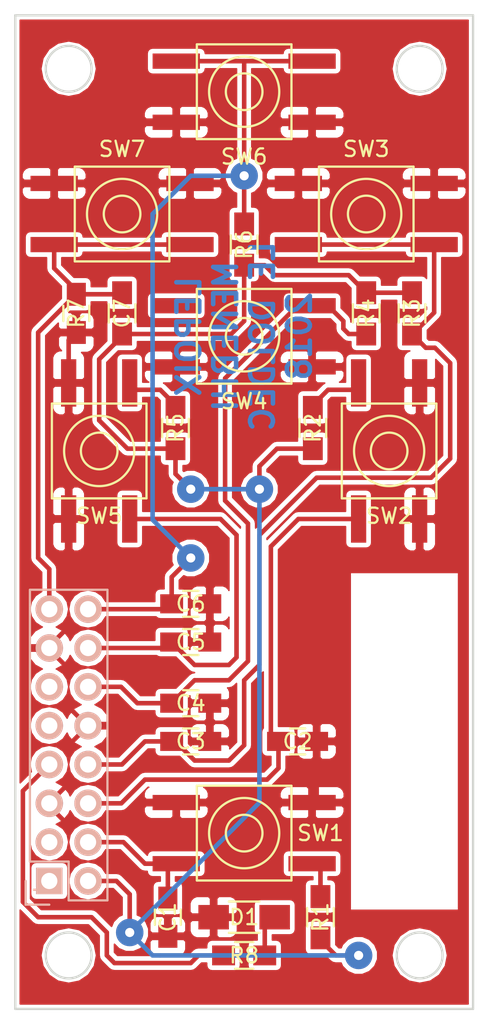
<source format=kicad_pcb>
(kicad_pcb (version 4) (host pcbnew 4.0.4+dfsg1-stable)

  (general
    (links 61)
    (no_connects 4)
    (area 54 54 86.000001 121.000001)
    (thickness 1.6)
    (drawings 9)
    (tracks 164)
    (zones 0)
    (modules 25)
    (nets 16)
  )

  (page A4)
  (layers
    (0 F.Cu signal)
    (31 B.Cu signal)
    (32 B.Adhes user)
    (33 F.Adhes user)
    (34 B.Paste user)
    (35 F.Paste user)
    (36 B.SilkS user)
    (37 F.SilkS user)
    (38 B.Mask user)
    (39 F.Mask user)
    (40 Dwgs.User user)
    (41 Cmts.User user)
    (42 Eco1.User user)
    (43 Eco2.User user)
    (44 Edge.Cuts user)
    (45 Margin user)
    (46 B.CrtYd user)
    (47 F.CrtYd user)
    (48 B.Fab user)
    (49 F.Fab user)
  )

  (setup
    (last_trace_width 0.3)
    (trace_clearance 0.3)
    (zone_clearance 0.2)
    (zone_45_only no)
    (trace_min 0.2)
    (segment_width 0.2)
    (edge_width 0.15)
    (via_size 1.8)
    (via_drill 0.6)
    (via_min_size 0.4)
    (via_min_drill 0.3)
    (uvia_size 0.3)
    (uvia_drill 0.1)
    (uvias_allowed no)
    (uvia_min_size 0.2)
    (uvia_min_drill 0.1)
    (pcb_text_width 0.3)
    (pcb_text_size 1.5 1.5)
    (mod_edge_width 0.15)
    (mod_text_size 1 1)
    (mod_text_width 0.15)
    (pad_size 1.7272 1.7272)
    (pad_drill 1.06)
    (pad_to_mask_clearance 0.2)
    (aux_axis_origin 0 0)
    (visible_elements FFFFFF7F)
    (pcbplotparams
      (layerselection 0x00030_80000001)
      (usegerberextensions false)
      (excludeedgelayer true)
      (linewidth 0.100000)
      (plotframeref false)
      (viasonmask false)
      (mode 1)
      (useauxorigin false)
      (hpglpennumber 1)
      (hpglpenspeed 20)
      (hpglpendiameter 15)
      (hpglpenoverlay 2)
      (psnegative false)
      (psa4output false)
      (plotreference true)
      (plotvalue true)
      (plotinvisibletext false)
      (padsonsilk false)
      (subtractmaskfromsilk false)
      (outputformat 1)
      (mirror false)
      (drillshape 1)
      (scaleselection 1)
      (outputdirectory ""))
  )

  (net 0 "")
  (net 1 /Button1)
  (net 2 GND)
  (net 3 /Button2)
  (net 4 /Button3)
  (net 5 /Button4)
  (net 6 /Button5)
  (net 7 /Button6)
  (net 8 /Button7)
  (net 9 "Net-(D1-Pad2)")
  (net 10 "Net-(P1-Pad1)")
  (net 11 +3V3)
  (net 12 "Net-(P1-Pad3)")
  (net 13 /LED)
  (net 14 "Net-(P1-Pad9)")
  (net 15 "Net-(P1-Pad11)")

  (net_class Default "This is the default net class."
    (clearance 0.3)
    (trace_width 0.3)
    (via_dia 1.8)
    (via_drill 0.6)
    (uvia_dia 0.3)
    (uvia_drill 0.1)
    (add_net +3V3)
    (add_net /Button1)
    (add_net /Button2)
    (add_net /Button3)
    (add_net /Button4)
    (add_net /Button5)
    (add_net /Button6)
    (add_net /Button7)
    (add_net /LED)
    (add_net GND)
    (add_net "Net-(D1-Pad2)")
    (add_net "Net-(P1-Pad1)")
    (add_net "Net-(P1-Pad11)")
    (add_net "Net-(P1-Pad3)")
    (add_net "Net-(P1-Pad9)")
  )

  (module Capacitors_SMD:C_0805_HandSoldering (layer F.Cu) (tedit 5A5F1170) (tstamp 5A59DE4B)
    (at 65 114 270)
    (descr "Capacitor SMD 0805, hand soldering")
    (tags "capacitor 0805")
    (path /5A53754F)
    (attr smd)
    (fp_text reference C1 (at 0 0 450) (layer F.SilkS)
      (effects (font (size 1 1) (thickness 0.15)))
    )
    (fp_text value 100nF (at 0 2.1 270) (layer F.Fab)
      (effects (font (size 1 1) (thickness 0.15)))
    )
    (fp_line (start -2.3 -1) (end 2.3 -1) (layer F.CrtYd) (width 0.05))
    (fp_line (start -2.3 1) (end 2.3 1) (layer F.CrtYd) (width 0.05))
    (fp_line (start -2.3 -1) (end -2.3 1) (layer F.CrtYd) (width 0.05))
    (fp_line (start 2.3 -1) (end 2.3 1) (layer F.CrtYd) (width 0.05))
    (fp_line (start 0.5 -0.85) (end -0.5 -0.85) (layer F.SilkS) (width 0.15))
    (fp_line (start -0.5 0.85) (end 0.5 0.85) (layer F.SilkS) (width 0.15))
    (pad 1 smd rect (at -1.25 0 270) (size 1.5 1.25) (layers F.Cu F.Paste F.Mask)
      (net 1 /Button1))
    (pad 2 smd rect (at 1.25 0 270) (size 1.5 1.25) (layers F.Cu F.Paste F.Mask)
      (net 2 GND))
    (model Capacitors_SMD.3dshapes/C_0805_HandSoldering.wrl
      (at (xyz 0 0 0))
      (scale (xyz 1 1 1))
      (rotate (xyz 0 0 0))
    )
  )

  (module Capacitors_SMD:C_0805_HandSoldering (layer F.Cu) (tedit 5A5F1168) (tstamp 5A59DE57)
    (at 73.5 102.5)
    (descr "Capacitor SMD 0805, hand soldering")
    (tags "capacitor 0805")
    (path /5A538B90)
    (attr smd)
    (fp_text reference C2 (at 0 0) (layer F.SilkS)
      (effects (font (size 1 1) (thickness 0.15)))
    )
    (fp_text value 100nF (at 0 -2) (layer F.Fab)
      (effects (font (size 1 1) (thickness 0.15)))
    )
    (fp_line (start -2.3 -1) (end 2.3 -1) (layer F.CrtYd) (width 0.05))
    (fp_line (start -2.3 1) (end 2.3 1) (layer F.CrtYd) (width 0.05))
    (fp_line (start -2.3 -1) (end -2.3 1) (layer F.CrtYd) (width 0.05))
    (fp_line (start 2.3 -1) (end 2.3 1) (layer F.CrtYd) (width 0.05))
    (fp_line (start 0.5 -0.85) (end -0.5 -0.85) (layer F.SilkS) (width 0.15))
    (fp_line (start -0.5 0.85) (end 0.5 0.85) (layer F.SilkS) (width 0.15))
    (pad 1 smd rect (at -1.25 0) (size 1.5 1.25) (layers F.Cu F.Paste F.Mask)
      (net 3 /Button2))
    (pad 2 smd rect (at 1.25 0) (size 1.5 1.25) (layers F.Cu F.Paste F.Mask)
      (net 2 GND))
    (model Capacitors_SMD.3dshapes/C_0805_HandSoldering.wrl
      (at (xyz 0 0 0))
      (scale (xyz 1 1 1))
      (rotate (xyz 0 0 0))
    )
  )

  (module Capacitors_SMD:C_0805_HandSoldering (layer F.Cu) (tedit 5A5F1164) (tstamp 5A59DE63)
    (at 66.5 102.5)
    (descr "Capacitor SMD 0805, hand soldering")
    (tags "capacitor 0805")
    (path /5A538EEF)
    (attr smd)
    (fp_text reference C3 (at 0 0) (layer F.SilkS)
      (effects (font (size 1 1) (thickness 0.15)))
    )
    (fp_text value 100nF (at 0 2.1) (layer F.Fab)
      (effects (font (size 1 1) (thickness 0.15)))
    )
    (fp_line (start -2.3 -1) (end 2.3 -1) (layer F.CrtYd) (width 0.05))
    (fp_line (start -2.3 1) (end 2.3 1) (layer F.CrtYd) (width 0.05))
    (fp_line (start -2.3 -1) (end -2.3 1) (layer F.CrtYd) (width 0.05))
    (fp_line (start 2.3 -1) (end 2.3 1) (layer F.CrtYd) (width 0.05))
    (fp_line (start 0.5 -0.85) (end -0.5 -0.85) (layer F.SilkS) (width 0.15))
    (fp_line (start -0.5 0.85) (end 0.5 0.85) (layer F.SilkS) (width 0.15))
    (pad 1 smd rect (at -1.25 0) (size 1.5 1.25) (layers F.Cu F.Paste F.Mask)
      (net 4 /Button3))
    (pad 2 smd rect (at 1.25 0) (size 1.5 1.25) (layers F.Cu F.Paste F.Mask)
      (net 2 GND))
    (model Capacitors_SMD.3dshapes/C_0805_HandSoldering.wrl
      (at (xyz 0 0 0))
      (scale (xyz 1 1 1))
      (rotate (xyz 0 0 0))
    )
  )

  (module Capacitors_SMD:C_0805_HandSoldering (layer F.Cu) (tedit 5A5F11CF) (tstamp 5A59DE6F)
    (at 66.5 100)
    (descr "Capacitor SMD 0805, hand soldering")
    (tags "capacitor 0805")
    (path /5A5391F1)
    (attr smd)
    (fp_text reference C4 (at 0 0) (layer F.SilkS)
      (effects (font (size 1 1) (thickness 0.15)))
    )
    (fp_text value 100nF (at 0 -2) (layer F.Fab)
      (effects (font (size 1 1) (thickness 0.15)))
    )
    (fp_line (start -2.3 -1) (end 2.3 -1) (layer F.CrtYd) (width 0.05))
    (fp_line (start -2.3 1) (end 2.3 1) (layer F.CrtYd) (width 0.05))
    (fp_line (start -2.3 -1) (end -2.3 1) (layer F.CrtYd) (width 0.05))
    (fp_line (start 2.3 -1) (end 2.3 1) (layer F.CrtYd) (width 0.05))
    (fp_line (start 0.5 -0.85) (end -0.5 -0.85) (layer F.SilkS) (width 0.15))
    (fp_line (start -0.5 0.85) (end 0.5 0.85) (layer F.SilkS) (width 0.15))
    (pad 1 smd rect (at -1.25 0) (size 1.5 1.25) (layers F.Cu F.Paste F.Mask)
      (net 5 /Button4))
    (pad 2 smd rect (at 1.25 0) (size 1.5 1.25) (layers F.Cu F.Paste F.Mask)
      (net 2 GND))
    (model Capacitors_SMD.3dshapes/C_0805_HandSoldering.wrl
      (at (xyz 0 0 0))
      (scale (xyz 1 1 1))
      (rotate (xyz 0 0 0))
    )
  )

  (module Capacitors_SMD:C_0805_HandSoldering (layer F.Cu) (tedit 5A5F11C6) (tstamp 5A59DE7B)
    (at 66.5 96)
    (descr "Capacitor SMD 0805, hand soldering")
    (tags "capacitor 0805")
    (path /5A53956D)
    (attr smd)
    (fp_text reference C5 (at 0 0) (layer F.SilkS)
      (effects (font (size 1 1) (thickness 0.15)))
    )
    (fp_text value 100nF (at 5 0) (layer F.Fab)
      (effects (font (size 1 1) (thickness 0.15)))
    )
    (fp_line (start -2.3 -1) (end 2.3 -1) (layer F.CrtYd) (width 0.05))
    (fp_line (start -2.3 1) (end 2.3 1) (layer F.CrtYd) (width 0.05))
    (fp_line (start -2.3 -1) (end -2.3 1) (layer F.CrtYd) (width 0.05))
    (fp_line (start 2.3 -1) (end 2.3 1) (layer F.CrtYd) (width 0.05))
    (fp_line (start 0.5 -0.85) (end -0.5 -0.85) (layer F.SilkS) (width 0.15))
    (fp_line (start -0.5 0.85) (end 0.5 0.85) (layer F.SilkS) (width 0.15))
    (pad 1 smd rect (at -1.25 0) (size 1.5 1.25) (layers F.Cu F.Paste F.Mask)
      (net 6 /Button5))
    (pad 2 smd rect (at 1.25 0) (size 1.5 1.25) (layers F.Cu F.Paste F.Mask)
      (net 2 GND))
    (model Capacitors_SMD.3dshapes/C_0805_HandSoldering.wrl
      (at (xyz 0 0 0))
      (scale (xyz 1 1 1))
      (rotate (xyz 0 0 0))
    )
  )

  (module Capacitors_SMD:C_0805_HandSoldering (layer F.Cu) (tedit 5A5F11BF) (tstamp 5A59DE87)
    (at 66.5 93.5)
    (descr "Capacitor SMD 0805, hand soldering")
    (tags "capacitor 0805")
    (path /5A539893)
    (attr smd)
    (fp_text reference C6 (at 0 0) (layer F.SilkS)
      (effects (font (size 1 1) (thickness 0.15)))
    )
    (fp_text value 100nF (at 5 0) (layer F.Fab)
      (effects (font (size 1 1) (thickness 0.15)))
    )
    (fp_line (start -2.3 -1) (end 2.3 -1) (layer F.CrtYd) (width 0.05))
    (fp_line (start -2.3 1) (end 2.3 1) (layer F.CrtYd) (width 0.05))
    (fp_line (start -2.3 -1) (end -2.3 1) (layer F.CrtYd) (width 0.05))
    (fp_line (start 2.3 -1) (end 2.3 1) (layer F.CrtYd) (width 0.05))
    (fp_line (start 0.5 -0.85) (end -0.5 -0.85) (layer F.SilkS) (width 0.15))
    (fp_line (start -0.5 0.85) (end 0.5 0.85) (layer F.SilkS) (width 0.15))
    (pad 1 smd rect (at -1.25 0) (size 1.5 1.25) (layers F.Cu F.Paste F.Mask)
      (net 7 /Button6))
    (pad 2 smd rect (at 1.25 0) (size 1.5 1.25) (layers F.Cu F.Paste F.Mask)
      (net 2 GND))
    (model Capacitors_SMD.3dshapes/C_0805_HandSoldering.wrl
      (at (xyz 0 0 0))
      (scale (xyz 1 1 1))
      (rotate (xyz 0 0 0))
    )
  )

  (module Capacitors_SMD:C_0805_HandSoldering (layer F.Cu) (tedit 5A5F1107) (tstamp 5A59DE93)
    (at 59 74.5 270)
    (descr "Capacitor SMD 0805, hand soldering")
    (tags "capacitor 0805")
    (path /5A539C7F)
    (attr smd)
    (fp_text reference C7 (at 0 -3 270) (layer F.SilkS)
      (effects (font (size 1 1) (thickness 0.15)))
    )
    (fp_text value 100nF (at 0 2.1 270) (layer F.Fab)
      (effects (font (size 1 1) (thickness 0.15)))
    )
    (fp_line (start -2.3 -1) (end 2.3 -1) (layer F.CrtYd) (width 0.05))
    (fp_line (start -2.3 1) (end 2.3 1) (layer F.CrtYd) (width 0.05))
    (fp_line (start -2.3 -1) (end -2.3 1) (layer F.CrtYd) (width 0.05))
    (fp_line (start 2.3 -1) (end 2.3 1) (layer F.CrtYd) (width 0.05))
    (fp_line (start 0.5 -0.85) (end -0.5 -0.85) (layer F.SilkS) (width 0.15))
    (fp_line (start -0.5 0.85) (end 0.5 0.85) (layer F.SilkS) (width 0.15))
    (pad 1 smd rect (at -1.25 0 270) (size 1.5 1.25) (layers F.Cu F.Paste F.Mask)
      (net 8 /Button7))
    (pad 2 smd rect (at 1.25 0 270) (size 1.5 1.25) (layers F.Cu F.Paste F.Mask)
      (net 2 GND))
    (model Capacitors_SMD.3dshapes/C_0805_HandSoldering.wrl
      (at (xyz 0 0 0))
      (scale (xyz 1 1 1))
      (rotate (xyz 0 0 0))
    )
  )

  (module Capacitors_SMD:C_1206_HandSoldering (layer F.Cu) (tedit 5A5F117C) (tstamp 5A59DE9F)
    (at 70 114)
    (descr "Capacitor SMD 1206, hand soldering")
    (tags "capacitor 1206")
    (path /5A53A8B5)
    (attr smd)
    (fp_text reference D1 (at 0 0 180) (layer F.SilkS)
      (effects (font (size 1 1) (thickness 0.15)))
    )
    (fp_text value "" (at 0 2.3) (layer F.Fab)
      (effects (font (size 1 1) (thickness 0.15)))
    )
    (fp_line (start -3.3 -1.15) (end 3.3 -1.15) (layer F.CrtYd) (width 0.05))
    (fp_line (start -3.3 1.15) (end 3.3 1.15) (layer F.CrtYd) (width 0.05))
    (fp_line (start -3.3 -1.15) (end -3.3 1.15) (layer F.CrtYd) (width 0.05))
    (fp_line (start 3.3 -1.15) (end 3.3 1.15) (layer F.CrtYd) (width 0.05))
    (fp_line (start 1 -1.025) (end -1 -1.025) (layer F.SilkS) (width 0.15))
    (fp_line (start -1 1.025) (end 1 1.025) (layer F.SilkS) (width 0.15))
    (pad 1 smd rect (at -2 0) (size 2 1.6) (layers F.Cu F.Paste F.Mask)
      (net 2 GND))
    (pad 2 smd rect (at 2 0) (size 2 1.6) (layers F.Cu F.Paste F.Mask)
      (net 9 "Net-(D1-Pad2)"))
    (model Capacitors_SMD.3dshapes/C_1206_HandSoldering.wrl
      (at (xyz 0 0 0))
      (scale (xyz 1 1 1))
      (rotate (xyz 0 0 0))
    )
  )

  (module Pin_Headers:Pin_Header_Straight_2x08 (layer B.Cu) (tedit 5A5F11F5) (tstamp 5A59DEBF)
    (at 57.23 111.63)
    (descr "Through hole pin header")
    (tags "pin header")
    (path /5A53AF2F)
    (fp_text reference P1 (at -0.23 0.12 180) (layer B.SilkS)
      (effects (font (size 1 1) (thickness 0.15)) (justify mirror))
    )
    (fp_text value CONN_02X08 (at 0.02 -9.63 270) (layer B.Fab)
      (effects (font (size 1 1) (thickness 0.15)) (justify mirror))
    )
    (fp_line (start -1.75 1.75) (end -1.75 -19.55) (layer B.CrtYd) (width 0.05))
    (fp_line (start 4.3 1.75) (end 4.3 -19.55) (layer B.CrtYd) (width 0.05))
    (fp_line (start -1.75 1.75) (end 4.3 1.75) (layer B.CrtYd) (width 0.05))
    (fp_line (start -1.75 -19.55) (end 4.3 -19.55) (layer B.CrtYd) (width 0.05))
    (fp_line (start 3.81 -19.05) (end 3.81 1.27) (layer B.SilkS) (width 0.15))
    (fp_line (start -1.27 -1.27) (end -1.27 -19.05) (layer B.SilkS) (width 0.15))
    (fp_line (start 3.81 -19.05) (end -1.27 -19.05) (layer B.SilkS) (width 0.15))
    (fp_line (start 3.81 1.27) (end 1.27 1.27) (layer B.SilkS) (width 0.15))
    (fp_line (start 0 1.55) (end -1.55 1.55) (layer B.SilkS) (width 0.15))
    (fp_line (start 1.27 1.27) (end 1.27 -1.27) (layer B.SilkS) (width 0.15))
    (fp_line (start 1.27 -1.27) (end -1.27 -1.27) (layer B.SilkS) (width 0.15))
    (fp_line (start -1.55 1.55) (end -1.55 0) (layer B.SilkS) (width 0.15))
    (pad 1 thru_hole rect (at 0 0) (size 1.7272 1.7272) (drill 1.06) (layers *.Cu *.Mask B.SilkS)
      (net 10 "Net-(P1-Pad1)"))
    (pad 2 thru_hole oval (at 2.54 0) (size 1.8 1.8) (drill 1.06) (layers *.Cu *.Mask B.SilkS)
      (net 11 +3V3))
    (pad 3 thru_hole oval (at 0 -2.54) (size 1.8 1.8) (drill 1.06) (layers *.Cu *.Mask B.SilkS)
      (net 12 "Net-(P1-Pad3)"))
    (pad 4 thru_hole oval (at 2.54 -2.54) (size 1.8 1.8) (drill 1.06) (layers *.Cu *.Mask B.SilkS)
      (net 1 /Button1))
    (pad 5 thru_hole oval (at 0 -5.08) (size 1.8 1.8) (drill 1.06) (layers *.Cu *.Mask B.SilkS)
      (net 2 GND))
    (pad 6 thru_hole oval (at 2.54 -5.08) (size 1.8 1.8) (drill 1.06) (layers *.Cu *.Mask B.SilkS)
      (net 3 /Button2))
    (pad 7 thru_hole oval (at 0 -7.62) (size 1.8 1.8) (drill 1.06) (layers *.Cu *.Mask B.SilkS)
      (net 13 /LED))
    (pad 8 thru_hole oval (at 2.54 -7.62) (size 1.8 1.8) (drill 1.06) (layers *.Cu *.Mask B.SilkS)
      (net 4 /Button3))
    (pad 9 thru_hole oval (at 0 -10.16) (size 1.8 1.8) (drill 1.06) (layers *.Cu *.Mask B.SilkS)
      (net 14 "Net-(P1-Pad9)"))
    (pad 10 thru_hole oval (at 2.54 -10.16) (size 1.8 1.8) (drill 1.06) (layers *.Cu *.Mask B.SilkS)
      (net 2 GND))
    (pad 11 thru_hole oval (at 0 -12.7) (size 1.8 1.8) (drill 1.06) (layers *.Cu *.Mask B.SilkS)
      (net 15 "Net-(P1-Pad11)"))
    (pad 12 thru_hole oval (at 2.54 -12.7) (size 1.8 1.8) (drill 1.06) (layers *.Cu *.Mask B.SilkS)
      (net 5 /Button4))
    (pad 13 thru_hole oval (at 0 -15.24) (size 1.8 1.8) (drill 1.06) (layers *.Cu *.Mask B.SilkS)
      (net 2 GND) (clearance 0.2))
    (pad 14 thru_hole oval (at 2.54 -15.24) (size 1.8 1.8) (drill 1.06) (layers *.Cu *.Mask B.SilkS)
      (net 6 /Button5))
    (pad 15 thru_hole oval (at 0 -17.78) (size 1.8 1.8) (drill 1.06) (layers *.Cu *.Mask B.SilkS)
      (net 8 /Button7))
    (pad 16 thru_hole oval (at 2.54 -17.78) (size 1.8 1.8) (drill 1.06) (layers *.Cu *.Mask B.SilkS)
      (net 7 /Button6))
    (model Pin_Headers.3dshapes/Pin_Header_Straight_2x08.wrl
      (at (xyz 0.05 -0.35 0))
      (scale (xyz 1 1 1))
      (rotate (xyz 0 0 90))
    )
  )

  (module Resistors_SMD:R_0805_HandSoldering (layer F.Cu) (tedit 5A5F1176) (tstamp 5A59DECB)
    (at 75 114 90)
    (descr "Resistor SMD 0805, hand soldering")
    (tags "resistor 0805")
    (path /5A53748A)
    (attr smd)
    (fp_text reference R1 (at 0 0 90) (layer F.SilkS)
      (effects (font (size 1 1) (thickness 0.15)))
    )
    (fp_text value 100kR (at 0 2.1 90) (layer F.Fab)
      (effects (font (size 1 1) (thickness 0.15)))
    )
    (fp_line (start -2.4 -1) (end 2.4 -1) (layer F.CrtYd) (width 0.05))
    (fp_line (start -2.4 1) (end 2.4 1) (layer F.CrtYd) (width 0.05))
    (fp_line (start -2.4 -1) (end -2.4 1) (layer F.CrtYd) (width 0.05))
    (fp_line (start 2.4 -1) (end 2.4 1) (layer F.CrtYd) (width 0.05))
    (fp_line (start 0.6 0.875) (end -0.6 0.875) (layer F.SilkS) (width 0.15))
    (fp_line (start -0.6 -0.875) (end 0.6 -0.875) (layer F.SilkS) (width 0.15))
    (pad 1 smd rect (at -1.35 0 90) (size 1.5 1.3) (layers F.Cu F.Paste F.Mask)
      (net 11 +3V3))
    (pad 2 smd rect (at 1.35 0 90) (size 1.5 1.3) (layers F.Cu F.Paste F.Mask)
      (net 1 /Button1))
    (model Resistors_SMD.3dshapes/R_0805_HandSoldering.wrl
      (at (xyz 0 0 0))
      (scale (xyz 1 1 1))
      (rotate (xyz 0 0 0))
    )
  )

  (module Resistors_SMD:R_0805_HandSoldering (layer F.Cu) (tedit 5A5F10F1) (tstamp 5A59DED7)
    (at 74.5 82 90)
    (descr "Resistor SMD 0805, hand soldering")
    (tags "resistor 0805")
    (path /5A538B84)
    (attr smd)
    (fp_text reference R2 (at 0 0 90) (layer F.SilkS)
      (effects (font (size 1 1) (thickness 0.15)))
    )
    (fp_text value 100kR (at 0 -2 90) (layer F.Fab)
      (effects (font (size 1 1) (thickness 0.15)))
    )
    (fp_line (start -2.4 -1) (end 2.4 -1) (layer F.CrtYd) (width 0.05))
    (fp_line (start -2.4 1) (end 2.4 1) (layer F.CrtYd) (width 0.05))
    (fp_line (start -2.4 -1) (end -2.4 1) (layer F.CrtYd) (width 0.05))
    (fp_line (start 2.4 -1) (end 2.4 1) (layer F.CrtYd) (width 0.05))
    (fp_line (start 0.6 0.875) (end -0.6 0.875) (layer F.SilkS) (width 0.15))
    (fp_line (start -0.6 -0.875) (end 0.6 -0.875) (layer F.SilkS) (width 0.15))
    (pad 1 smd rect (at -1.35 0 90) (size 1.5 1.3) (layers F.Cu F.Paste F.Mask)
      (net 11 +3V3))
    (pad 2 smd rect (at 1.35 0 90) (size 1.5 1.3) (layers F.Cu F.Paste F.Mask)
      (net 3 /Button2))
    (model Resistors_SMD.3dshapes/R_0805_HandSoldering.wrl
      (at (xyz 0 0 0))
      (scale (xyz 1 1 1))
      (rotate (xyz 0 0 0))
    )
  )

  (module Resistors_SMD:R_0805_HandSoldering (layer F.Cu) (tedit 5A5F111D) (tstamp 5A59DEE3)
    (at 81 74.5 270)
    (descr "Resistor SMD 0805, hand soldering")
    (tags "resistor 0805")
    (path /5A538EE3)
    (attr smd)
    (fp_text reference R3 (at 0 0 270) (layer F.SilkS)
      (effects (font (size 1 1) (thickness 0.15)))
    )
    (fp_text value 100kR (at 0 -2 270) (layer F.Fab)
      (effects (font (size 1 1) (thickness 0.15)))
    )
    (fp_line (start -2.4 -1) (end 2.4 -1) (layer F.CrtYd) (width 0.05))
    (fp_line (start -2.4 1) (end 2.4 1) (layer F.CrtYd) (width 0.05))
    (fp_line (start -2.4 -1) (end -2.4 1) (layer F.CrtYd) (width 0.05))
    (fp_line (start 2.4 -1) (end 2.4 1) (layer F.CrtYd) (width 0.05))
    (fp_line (start 0.6 0.875) (end -0.6 0.875) (layer F.SilkS) (width 0.15))
    (fp_line (start -0.6 -0.875) (end 0.6 -0.875) (layer F.SilkS) (width 0.15))
    (pad 1 smd rect (at -1.35 0 270) (size 1.5 1.3) (layers F.Cu F.Paste F.Mask)
      (net 11 +3V3))
    (pad 2 smd rect (at 1.35 0 270) (size 1.5 1.3) (layers F.Cu F.Paste F.Mask)
      (net 4 /Button3))
    (model Resistors_SMD.3dshapes/R_0805_HandSoldering.wrl
      (at (xyz 0 0 0))
      (scale (xyz 1 1 1))
      (rotate (xyz 0 0 0))
    )
  )

  (module Resistors_SMD:R_0805_HandSoldering (layer F.Cu) (tedit 5A5F1117) (tstamp 5A59DEEF)
    (at 78 74.5 270)
    (descr "Resistor SMD 0805, hand soldering")
    (tags "resistor 0805")
    (path /5A5391E5)
    (attr smd)
    (fp_text reference R4 (at 0 0 270) (layer F.SilkS)
      (effects (font (size 1 1) (thickness 0.15)))
    )
    (fp_text value 100kR (at 0 2.1 270) (layer F.Fab)
      (effects (font (size 1 1) (thickness 0.15)))
    )
    (fp_line (start -2.4 -1) (end 2.4 -1) (layer F.CrtYd) (width 0.05))
    (fp_line (start -2.4 1) (end 2.4 1) (layer F.CrtYd) (width 0.05))
    (fp_line (start -2.4 -1) (end -2.4 1) (layer F.CrtYd) (width 0.05))
    (fp_line (start 2.4 -1) (end 2.4 1) (layer F.CrtYd) (width 0.05))
    (fp_line (start 0.6 0.875) (end -0.6 0.875) (layer F.SilkS) (width 0.15))
    (fp_line (start -0.6 -0.875) (end 0.6 -0.875) (layer F.SilkS) (width 0.15))
    (pad 1 smd rect (at -1.35 0 270) (size 1.5 1.3) (layers F.Cu F.Paste F.Mask)
      (net 11 +3V3))
    (pad 2 smd rect (at 1.35 0 270) (size 1.5 1.3) (layers F.Cu F.Paste F.Mask)
      (net 5 /Button4))
    (model Resistors_SMD.3dshapes/R_0805_HandSoldering.wrl
      (at (xyz 0 0 0))
      (scale (xyz 1 1 1))
      (rotate (xyz 0 0 0))
    )
  )

  (module Resistors_SMD:R_0805_HandSoldering (layer F.Cu) (tedit 5A5F10EA) (tstamp 5A59DEFB)
    (at 65.5 82 90)
    (descr "Resistor SMD 0805, hand soldering")
    (tags "resistor 0805")
    (path /5A539579)
    (attr smd)
    (fp_text reference R5 (at 0 0 90) (layer F.SilkS)
      (effects (font (size 1 1) (thickness 0.15)))
    )
    (fp_text value 100kR (at 0 2.1 90) (layer F.Fab)
      (effects (font (size 1 1) (thickness 0.15)))
    )
    (fp_line (start -2.4 -1) (end 2.4 -1) (layer F.CrtYd) (width 0.05))
    (fp_line (start -2.4 1) (end 2.4 1) (layer F.CrtYd) (width 0.05))
    (fp_line (start -2.4 -1) (end -2.4 1) (layer F.CrtYd) (width 0.05))
    (fp_line (start 2.4 -1) (end 2.4 1) (layer F.CrtYd) (width 0.05))
    (fp_line (start 0.6 0.875) (end -0.6 0.875) (layer F.SilkS) (width 0.15))
    (fp_line (start -0.6 -0.875) (end 0.6 -0.875) (layer F.SilkS) (width 0.15))
    (pad 1 smd rect (at -1.35 0 90) (size 1.5 1.3) (layers F.Cu F.Paste F.Mask)
      (net 11 +3V3))
    (pad 2 smd rect (at 1.35 0 90) (size 1.5 1.3) (layers F.Cu F.Paste F.Mask)
      (net 6 /Button5))
    (model Resistors_SMD.3dshapes/R_0805_HandSoldering.wrl
      (at (xyz 0 0 0))
      (scale (xyz 1 1 1))
      (rotate (xyz 0 0 0))
    )
  )

  (module Resistors_SMD:R_0805_HandSoldering (layer F.Cu) (tedit 5A5F10F7) (tstamp 5A59DF07)
    (at 70 70 90)
    (descr "Resistor SMD 0805, hand soldering")
    (tags "resistor 0805")
    (path /5A53989F)
    (attr smd)
    (fp_text reference R6 (at 0 0 90) (layer F.SilkS)
      (effects (font (size 1 1) (thickness 0.15)))
    )
    (fp_text value 100kR (at 0 2.1 90) (layer F.Fab)
      (effects (font (size 1 1) (thickness 0.15)))
    )
    (fp_line (start -2.4 -1) (end 2.4 -1) (layer F.CrtYd) (width 0.05))
    (fp_line (start -2.4 1) (end 2.4 1) (layer F.CrtYd) (width 0.05))
    (fp_line (start -2.4 -1) (end -2.4 1) (layer F.CrtYd) (width 0.05))
    (fp_line (start 2.4 -1) (end 2.4 1) (layer F.CrtYd) (width 0.05))
    (fp_line (start 0.6 0.875) (end -0.6 0.875) (layer F.SilkS) (width 0.15))
    (fp_line (start -0.6 -0.875) (end 0.6 -0.875) (layer F.SilkS) (width 0.15))
    (pad 1 smd rect (at -1.35 0 90) (size 1.5 1.3) (layers F.Cu F.Paste F.Mask)
      (net 11 +3V3))
    (pad 2 smd rect (at 1.35 0 90) (size 1.5 1.3) (layers F.Cu F.Paste F.Mask)
      (net 7 /Button6))
    (model Resistors_SMD.3dshapes/R_0805_HandSoldering.wrl
      (at (xyz 0 0 0))
      (scale (xyz 1 1 1))
      (rotate (xyz 0 0 0))
    )
  )

  (module Resistors_SMD:R_0805_HandSoldering (layer F.Cu) (tedit 5A5F1103) (tstamp 5A59DF13)
    (at 62 74.5 90)
    (descr "Resistor SMD 0805, hand soldering")
    (tags "resistor 0805")
    (path /5A539C8B)
    (attr smd)
    (fp_text reference R7 (at 0 -3 90) (layer F.SilkS)
      (effects (font (size 1 1) (thickness 0.15)))
    )
    (fp_text value 100kR (at 0 2.1 90) (layer F.Fab)
      (effects (font (size 1 1) (thickness 0.15)))
    )
    (fp_line (start -2.4 -1) (end 2.4 -1) (layer F.CrtYd) (width 0.05))
    (fp_line (start -2.4 1) (end 2.4 1) (layer F.CrtYd) (width 0.05))
    (fp_line (start -2.4 -1) (end -2.4 1) (layer F.CrtYd) (width 0.05))
    (fp_line (start 2.4 -1) (end 2.4 1) (layer F.CrtYd) (width 0.05))
    (fp_line (start 0.6 0.875) (end -0.6 0.875) (layer F.SilkS) (width 0.15))
    (fp_line (start -0.6 -0.875) (end 0.6 -0.875) (layer F.SilkS) (width 0.15))
    (pad 1 smd rect (at -1.35 0 90) (size 1.5 1.3) (layers F.Cu F.Paste F.Mask)
      (net 11 +3V3))
    (pad 2 smd rect (at 1.35 0 90) (size 1.5 1.3) (layers F.Cu F.Paste F.Mask)
      (net 8 /Button7))
    (model Resistors_SMD.3dshapes/R_0805_HandSoldering.wrl
      (at (xyz 0 0 0))
      (scale (xyz 1 1 1))
      (rotate (xyz 0 0 0))
    )
  )

  (module Resistors_SMD:R_0805_HandSoldering (layer F.Cu) (tedit 5A5F118A) (tstamp 5A59DF1F)
    (at 70 116.5)
    (descr "Resistor SMD 0805, hand soldering")
    (tags "resistor 0805")
    (path /5A53A6DC)
    (attr smd)
    (fp_text reference R8 (at 0 0) (layer F.SilkS)
      (effects (font (size 1 1) (thickness 0.15)))
    )
    (fp_text value 470R (at 0 2) (layer F.Fab)
      (effects (font (size 1 1) (thickness 0.15)))
    )
    (fp_line (start -2.4 -1) (end 2.4 -1) (layer F.CrtYd) (width 0.05))
    (fp_line (start -2.4 1) (end 2.4 1) (layer F.CrtYd) (width 0.05))
    (fp_line (start -2.4 -1) (end -2.4 1) (layer F.CrtYd) (width 0.05))
    (fp_line (start 2.4 -1) (end 2.4 1) (layer F.CrtYd) (width 0.05))
    (fp_line (start 0.6 0.875) (end -0.6 0.875) (layer F.SilkS) (width 0.15))
    (fp_line (start -0.6 -0.875) (end 0.6 -0.875) (layer F.SilkS) (width 0.15))
    (pad 1 smd rect (at -1.35 0) (size 1.5 1.3) (layers F.Cu F.Paste F.Mask)
      (net 13 /LED))
    (pad 2 smd rect (at 1.35 0) (size 1.5 1.3) (layers F.Cu F.Paste F.Mask)
      (net 9 "Net-(D1-Pad2)"))
    (model Resistors_SMD.3dshapes/R_0805_HandSoldering.wrl
      (at (xyz 0 0 0))
      (scale (xyz 1 1 1))
      (rotate (xyz 0 0 0))
    )
  )

  (module "Screenless Remote:KSC521G" (layer F.Cu) (tedit 5A5F11AD) (tstamp 5A59DF2D)
    (at 70 108.5 180)
    (path /5A5376CF)
    (fp_text reference SW1 (at -5 0 180) (layer F.SilkS)
      (effects (font (size 1 1) (thickness 0.15)))
    )
    (fp_text value "" (at 0 5.2 180) (layer F.Fab)
      (effects (font (size 1 1) (thickness 0.15)))
    )
    (fp_circle (center 0 0) (end 0 -2.3) (layer F.SilkS) (width 0.15))
    (fp_circle (center 0 0) (end 0 -1.2) (layer F.SilkS) (width 0.15))
    (fp_line (start -3.1 -3.1) (end -3.1 3.1) (layer F.SilkS) (width 0.15))
    (fp_line (start -3.1 3.1) (end 3.1 3.1) (layer F.SilkS) (width 0.15))
    (fp_line (start 3.1 3.1) (end 3.1 -3.1) (layer F.SilkS) (width 0.15))
    (fp_line (start 3.1 -3.1) (end -3.1 -3.1) (layer F.SilkS) (width 0.15))
    (pad 2 smd rect (at 4.45 -2 180) (size 3.1 1) (layers F.Cu F.Paste F.Mask)
      (net 1 /Button1))
    (pad 2 smd rect (at -4.45 -2 180) (size 3.1 1) (layers F.Cu F.Paste F.Mask)
      (net 1 /Button1))
    (pad 1 smd rect (at 4.45 2 180) (size 3.1 1) (layers F.Cu F.Paste F.Mask)
      (net 2 GND))
    (pad 1 smd rect (at -4.45 2 180) (size 3.1 1) (layers F.Cu F.Paste F.Mask)
      (net 2 GND))
  )

  (module "Screenless Remote:KSC521G" (layer F.Cu) (tedit 5A5F12E1) (tstamp 5A59DF3B)
    (at 79.5 83.5 90)
    (path /5A538B96)
    (fp_text reference SW2 (at -4.25 0 180) (layer F.SilkS)
      (effects (font (size 1 1) (thickness 0.15)))
    )
    (fp_text value "" (at 0 5.2 90) (layer F.Fab)
      (effects (font (size 1 1) (thickness 0.15)))
    )
    (fp_circle (center 0 0) (end 0 -2.3) (layer F.SilkS) (width 0.15))
    (fp_circle (center 0 0) (end 0 -1.2) (layer F.SilkS) (width 0.15))
    (fp_line (start -3.1 -3.1) (end -3.1 3.1) (layer F.SilkS) (width 0.15))
    (fp_line (start -3.1 3.1) (end 3.1 3.1) (layer F.SilkS) (width 0.15))
    (fp_line (start 3.1 3.1) (end 3.1 -3.1) (layer F.SilkS) (width 0.15))
    (fp_line (start 3.1 -3.1) (end -3.1 -3.1) (layer F.SilkS) (width 0.15))
    (pad 2 smd rect (at 4.45 -2 90) (size 3.1 1) (layers F.Cu F.Paste F.Mask)
      (net 3 /Button2))
    (pad 2 smd rect (at -4.45 -2 90) (size 3.1 1) (layers F.Cu F.Paste F.Mask)
      (net 3 /Button2))
    (pad 1 smd rect (at 4.45 2 90) (size 3.1 1) (layers F.Cu F.Paste F.Mask)
      (net 2 GND))
    (pad 1 smd rect (at -4.45 2 90) (size 3.1 1) (layers F.Cu F.Paste F.Mask)
      (net 2 GND))
  )

  (module "Screenless Remote:KSC521G" (layer F.Cu) (tedit 5A5F1063) (tstamp 5A59DF49)
    (at 78 68 180)
    (path /5A538EF5)
    (fp_text reference SW3 (at 0 4.25 180) (layer F.SilkS)
      (effects (font (size 1 1) (thickness 0.15)))
    )
    (fp_text value "" (at 0 5.2 180) (layer F.Fab)
      (effects (font (size 1 1) (thickness 0.15)))
    )
    (fp_circle (center 0 0) (end 0 -2.3) (layer F.SilkS) (width 0.15))
    (fp_circle (center 0 0) (end 0 -1.2) (layer F.SilkS) (width 0.15))
    (fp_line (start -3.1 -3.1) (end -3.1 3.1) (layer F.SilkS) (width 0.15))
    (fp_line (start -3.1 3.1) (end 3.1 3.1) (layer F.SilkS) (width 0.15))
    (fp_line (start 3.1 3.1) (end 3.1 -3.1) (layer F.SilkS) (width 0.15))
    (fp_line (start 3.1 -3.1) (end -3.1 -3.1) (layer F.SilkS) (width 0.15))
    (pad 2 smd rect (at 4.45 -2 180) (size 3.1 1) (layers F.Cu F.Paste F.Mask)
      (net 4 /Button3))
    (pad 2 smd rect (at -4.45 -2 180) (size 3.1 1) (layers F.Cu F.Paste F.Mask)
      (net 4 /Button3))
    (pad 1 smd rect (at 4.45 2 180) (size 3.1 1) (layers F.Cu F.Paste F.Mask)
      (net 2 GND))
    (pad 1 smd rect (at -4.45 2 180) (size 3.1 1) (layers F.Cu F.Paste F.Mask)
      (net 2 GND))
  )

  (module "Screenless Remote:KSC521G" (layer F.Cu) (tedit 5A5F1074) (tstamp 5A59DF57)
    (at 70 76)
    (path /5A5391F7)
    (fp_text reference SW4 (at 0 4.25) (layer F.SilkS)
      (effects (font (size 1 1) (thickness 0.15)))
    )
    (fp_text value "" (at 0 5.2) (layer F.Fab)
      (effects (font (size 1 1) (thickness 0.15)))
    )
    (fp_circle (center 0 0) (end 0 -2.3) (layer F.SilkS) (width 0.15))
    (fp_circle (center 0 0) (end 0 -1.2) (layer F.SilkS) (width 0.15))
    (fp_line (start -3.1 -3.1) (end -3.1 3.1) (layer F.SilkS) (width 0.15))
    (fp_line (start -3.1 3.1) (end 3.1 3.1) (layer F.SilkS) (width 0.15))
    (fp_line (start 3.1 3.1) (end 3.1 -3.1) (layer F.SilkS) (width 0.15))
    (fp_line (start 3.1 -3.1) (end -3.1 -3.1) (layer F.SilkS) (width 0.15))
    (pad 2 smd rect (at 4.45 -2) (size 3.1 1) (layers F.Cu F.Paste F.Mask)
      (net 5 /Button4))
    (pad 2 smd rect (at -4.45 -2) (size 3.1 1) (layers F.Cu F.Paste F.Mask)
      (net 5 /Button4))
    (pad 1 smd rect (at 4.45 2) (size 3.1 1) (layers F.Cu F.Paste F.Mask)
      (net 2 GND))
    (pad 1 smd rect (at -4.45 2) (size 3.1 1) (layers F.Cu F.Paste F.Mask)
      (net 2 GND))
  )

  (module "Screenless Remote:KSC521G" (layer F.Cu) (tedit 5A5F12D9) (tstamp 5A59DF65)
    (at 60.5 83.5 270)
    (path /5A539567)
    (fp_text reference SW5 (at 4.25 0 360) (layer F.SilkS)
      (effects (font (size 1 1) (thickness 0.15)))
    )
    (fp_text value "" (at 0 5.2 270) (layer F.Fab)
      (effects (font (size 1 1) (thickness 0.15)))
    )
    (fp_circle (center 0 0) (end 0 -2.3) (layer F.SilkS) (width 0.15))
    (fp_circle (center 0 0) (end 0 -1.2) (layer F.SilkS) (width 0.15))
    (fp_line (start -3.1 -3.1) (end -3.1 3.1) (layer F.SilkS) (width 0.15))
    (fp_line (start -3.1 3.1) (end 3.1 3.1) (layer F.SilkS) (width 0.15))
    (fp_line (start 3.1 3.1) (end 3.1 -3.1) (layer F.SilkS) (width 0.15))
    (fp_line (start 3.1 -3.1) (end -3.1 -3.1) (layer F.SilkS) (width 0.15))
    (pad 2 smd rect (at 4.45 -2 270) (size 3.1 1) (layers F.Cu F.Paste F.Mask)
      (net 6 /Button5))
    (pad 2 smd rect (at -4.45 -2 270) (size 3.1 1) (layers F.Cu F.Paste F.Mask)
      (net 6 /Button5))
    (pad 1 smd rect (at 4.45 2 270) (size 3.1 1) (layers F.Cu F.Paste F.Mask)
      (net 2 GND))
    (pad 1 smd rect (at -4.45 2 270) (size 3.1 1) (layers F.Cu F.Paste F.Mask)
      (net 2 GND))
  )

  (module "Screenless Remote:KSC521G" (layer F.Cu) (tedit 5A5F12EC) (tstamp 5A59DF73)
    (at 70 60)
    (path /5A53988D)
    (fp_text reference SW6 (at 0 4.25) (layer F.SilkS)
      (effects (font (size 1 1) (thickness 0.15)))
    )
    (fp_text value "" (at 0 5.2) (layer F.Fab)
      (effects (font (size 1 1) (thickness 0.15)))
    )
    (fp_circle (center 0 0) (end 0 -2.3) (layer F.SilkS) (width 0.15))
    (fp_circle (center 0 0) (end 0 -1.2) (layer F.SilkS) (width 0.15))
    (fp_line (start -3.1 -3.1) (end -3.1 3.1) (layer F.SilkS) (width 0.15))
    (fp_line (start -3.1 3.1) (end 3.1 3.1) (layer F.SilkS) (width 0.15))
    (fp_line (start 3.1 3.1) (end 3.1 -3.1) (layer F.SilkS) (width 0.15))
    (fp_line (start 3.1 -3.1) (end -3.1 -3.1) (layer F.SilkS) (width 0.15))
    (pad 2 smd rect (at 4.45 -2) (size 3.1 1) (layers F.Cu F.Paste F.Mask)
      (net 7 /Button6))
    (pad 2 smd rect (at -4.45 -2) (size 3.1 1) (layers F.Cu F.Paste F.Mask)
      (net 7 /Button6))
    (pad 1 smd rect (at 4.45 2) (size 3.1 1) (layers F.Cu F.Paste F.Mask)
      (net 2 GND))
    (pad 1 smd rect (at -4.45 2) (size 3.1 1) (layers F.Cu F.Paste F.Mask)
      (net 2 GND))
  )

  (module "Screenless Remote:KSC521G" (layer F.Cu) (tedit 5A5F106B) (tstamp 5A59DF81)
    (at 62 68 180)
    (path /5A539C79)
    (fp_text reference SW7 (at 0 4.25 180) (layer F.SilkS)
      (effects (font (size 1 1) (thickness 0.15)))
    )
    (fp_text value "" (at 0 5.2 180) (layer F.Fab)
      (effects (font (size 1 1) (thickness 0.15)))
    )
    (fp_circle (center 0 0) (end 0 -2.3) (layer F.SilkS) (width 0.15))
    (fp_circle (center 0 0) (end 0 -1.2) (layer F.SilkS) (width 0.15))
    (fp_line (start -3.1 -3.1) (end -3.1 3.1) (layer F.SilkS) (width 0.15))
    (fp_line (start -3.1 3.1) (end 3.1 3.1) (layer F.SilkS) (width 0.15))
    (fp_line (start 3.1 3.1) (end 3.1 -3.1) (layer F.SilkS) (width 0.15))
    (fp_line (start 3.1 -3.1) (end -3.1 -3.1) (layer F.SilkS) (width 0.15))
    (pad 2 smd rect (at 4.45 -2 180) (size 3.1 1) (layers F.Cu F.Paste F.Mask)
      (net 8 /Button7))
    (pad 2 smd rect (at -4.45 -2 180) (size 3.1 1) (layers F.Cu F.Paste F.Mask)
      (net 8 /Button7))
    (pad 1 smd rect (at 4.45 2 180) (size 3.1 1) (layers F.Cu F.Paste F.Mask)
      (net 2 GND))
    (pad 1 smd rect (at -4.45 2 180) (size 3.1 1) (layers F.Cu F.Paste F.Mask)
      (net 2 GND))
  )

  (module "PCB:ESTEI Logo" (layer F.Cu) (tedit 0) (tstamp 5A5CEA38)
    (at 80.5 102.5 90)
    (fp_text reference G*** (at 0 0 90) (layer F.SilkS) hide
      (effects (font (thickness 0.3)))
    )
    (fp_text value LOGO (at 0.75 0 90) (layer F.SilkS) hide
      (effects (font (thickness 0.3)))
    )
    (fp_poly (pts (xy 12.0904 3.81) (xy -12.0904 3.81) (xy -12.0904 -0.070707) (xy -10.434637 -0.070707)
      (xy -10.433707 0.10396) (xy -10.428933 0.246947) (xy -10.420185 0.325495) (xy -10.418729 0.329306)
      (xy -10.38865 0.422982) (xy -10.382559 0.456306) (xy -10.274459 0.896356) (xy -10.082632 1.328065)
      (xy -9.820124 1.737826) (xy -9.499981 2.112032) (xy -9.13525 2.437077) (xy -8.738977 2.699355)
      (xy -8.324207 2.885257) (xy -7.969889 2.972613) (xy -7.830495 2.99701) (xy -7.740531 3.019561)
      (xy -7.726204 3.026538) (xy -7.667777 3.0344) (xy -7.533482 3.034852) (xy -7.348676 3.029179)
      (xy -7.138719 3.018668) (xy -6.928969 3.004606) (xy -6.744784 2.988278) (xy -6.611522 2.970972)
      (xy -6.604 2.969617) (xy -6.165532 2.839126) (xy -5.740296 2.620238) (xy -5.34143 2.326158)
      (xy -4.98207 1.970089) (xy -4.6826 1.5748) (xy 0.4064 1.5748) (xy 0.4064 3.0988)
      (xy 0.713722 3.0988) (xy 0.909348 3.086264) (xy 1.083191 3.053864) (xy 1.164766 3.024478)
      (xy 1.276425 2.947039) (xy 1.340043 2.867924) (xy 1.37069 2.696187) (xy 1.354901 2.506913)
      (xy 1.297506 2.35531) (xy 1.294855 2.351438) (xy 1.281698 2.322158) (xy 1.6256 2.322158)
      (xy 1.627217 2.547779) (xy 1.636071 2.697205) (xy 1.658165 2.795834) (xy 1.699505 2.869061)
      (xy 1.766092 2.942286) (xy 1.774092 2.950307) (xy 1.954685 3.066271) (xy 2.169088 3.108725)
      (xy 2.383362 3.076631) (xy 2.557982 2.974225) (xy 2.617989 2.913308) (xy 2.656835 2.849204)
      (xy 2.679108 2.759371) (xy 2.689396 2.621269) (xy 2.692286 2.412357) (xy 2.6924 2.313825)
      (xy 2.687071 2.025469) (xy 2.663859 1.823349) (xy 2.611928 1.692343) (xy 2.520438 1.617332)
      (xy 2.378552 1.583196) (xy 2.175433 1.574814) (xy 2.162687 1.5748) (xy 2.9972 1.5748)
      (xy 2.9972 2.302933) (xy 2.999516 2.565377) (xy 3.005883 2.790798) (xy 3.015424 2.960067)
      (xy 3.027264 3.054053) (xy 3.032125 3.065991) (xy 3.100158 3.091952) (xy 3.151552 3.022279)
      (xy 3.183586 2.861981) (xy 3.190311 2.774722) (xy 3.205623 2.484071) (xy 3.469711 2.499335)
      (xy 3.7338 2.5146) (xy 3.749131 2.809918) (xy 3.762635 2.977625) (xy 3.785831 3.064392)
      (xy 3.826235 3.090856) (xy 3.850731 3.088842) (xy 3.904342 3.0326) (xy 3.941291 2.909746)
      (xy 3.958576 2.754346) (xy 3.953193 2.600467) (xy 3.922137 2.482173) (xy 3.90639 2.457523)
      (xy 3.871302 2.377838) (xy 3.903592 2.324487) (xy 3.946885 2.22497) (xy 3.962821 2.068074)
      (xy 3.952938 1.893823) (xy 3.918777 1.74224) (xy 3.878326 1.6677) (xy 3.813292 1.618418)
      (xy 3.712534 1.589714) (xy 3.551569 1.576874) (xy 3.395726 1.5748) (xy 4.318 1.5748)
      (xy 4.318 3.0988) (xy 4.599031 3.0988) (xy 4.79585 3.084922) (xy 4.981696 3.049605)
      (xy 5.056554 3.025057) (xy 5.175546 2.957563) (xy 5.256143 2.860138) (xy 5.304974 2.71438)
      (xy 5.328669 2.501889) (xy 5.334 2.254983) (xy 5.331201 2.039177) (xy 5.318793 1.898101)
      (xy 5.290759 1.804948) (xy 5.241081 1.732913) (xy 5.209309 1.69949) (xy 5.132534 1.634388)
      (xy 5.045022 1.596736) (xy 4.917267 1.579292) (xy 4.719765 1.574815) (xy 4.701309 1.5748)
      (xy 5.6388 1.5748) (xy 5.6388 3.0988) (xy 6.0452 3.0988) (xy 6.246757 3.097446)
      (xy 6.367446 3.089067) (xy 6.427995 3.067185) (xy 6.429389 3.064424) (xy 6.6553 3.064424)
      (xy 6.688641 3.095531) (xy 6.762964 3.079436) (xy 6.837596 3.029394) (xy 6.861589 2.9972)
      (xy 6.912634 2.879374) (xy 6.92894 2.8321) (xy 6.967177 2.778843) (xy 7.055666 2.751543)
      (xy 7.218618 2.743251) (xy 7.238675 2.7432) (xy 7.400435 2.746453) (xy 7.488262 2.765117)
      (xy 7.529804 2.812541) (xy 7.551119 2.894096) (xy 7.601165 3.001606) (xy 7.684381 3.078902)
      (xy 7.769168 3.102051) (xy 7.803148 3.084984) (xy 7.797217 3.030748) (xy 7.764593 2.898788)
      (xy 7.710381 2.707876) (xy 7.63969 2.476785) (xy 7.625697 2.432646) (xy 7.561805 2.231512)
      (xy 8.0264 2.231512) (xy 8.027081 2.500565) (xy 8.031347 2.686999) (xy 8.042534 2.809796)
      (xy 8.063974 2.887937) (xy 8.099002 2.940403) (xy 8.150952 2.986176) (xy 8.16025 2.993512)
      (xy 8.352232 3.081904) (xy 8.509 3.0988) (xy 8.738999 3.059795) (xy 8.758528 3.048894)
      (xy 9.2456 3.048894) (xy 9.279465 3.095383) (xy 9.358118 3.084529) (xy 9.447147 3.022628)
      (xy 9.458779 3.0099) (xy 9.529445 2.911736) (xy 9.617999 2.768357) (xy 9.653807 2.7051)
      (xy 9.728272 2.579588) (xy 9.785204 2.501721) (xy 9.802028 2.4892) (xy 9.839462 2.530273)
      (xy 9.909396 2.6381) (xy 9.996887 2.789593) (xy 9.999312 2.794) (xy 10.116949 2.983514)
      (xy 10.212432 3.081395) (xy 10.265038 3.0988) (xy 10.330809 3.089743) (xy 10.353988 3.052909)
      (xy 10.330748 2.973795) (xy 10.257262 2.837901) (xy 10.150042 2.663102) (xy 9.936885 2.323137)
      (xy 10.124642 1.979813) (xy 10.21395 1.812771) (xy 10.280222 1.681695) (xy 10.311426 1.610565)
      (xy 10.3124 1.605644) (xy 10.269909 1.580143) (xy 10.215649 1.5748) (xy 10.124552 1.623755)
      (xy 10.011113 1.77096) (xy 9.9565 1.862554) (xy 9.794101 2.150308) (xy 9.634699 1.862554)
      (xy 9.531365 1.693848) (xy 9.447205 1.603586) (xy 9.366117 1.574934) (xy 9.359421 1.5748)
      (xy 9.297732 1.578366) (xy 9.277388 1.602721) (xy 9.301511 1.66835) (xy 9.37322 1.795738)
      (xy 9.400042 1.8415) (xy 9.519553 2.045942) (xy 9.592199 2.187935) (xy 9.619719 2.294247)
      (xy 9.603855 2.391647) (xy 9.546346 2.506904) (xy 9.45324 2.659744) (xy 9.354819 2.826548)
      (xy 9.281622 2.962033) (xy 9.246804 3.041551) (xy 9.2456 3.048894) (xy 8.758528 3.048894)
      (xy 8.857749 2.993512) (xy 8.912478 2.94712) (xy 8.949792 2.896835) (xy 8.973027 2.823675)
      (xy 8.985517 2.70866) (xy 8.990594 2.532808) (xy 8.991595 2.277137) (xy 8.9916 2.231512)
      (xy 8.990729 1.962783) (xy 8.986443 1.779414) (xy 8.976229 1.665169) (xy 8.957576 1.603814)
      (xy 8.927973 1.579112) (xy 8.89 1.5748) (xy 8.847909 1.580563) (xy 8.819381 1.608835)
      (xy 8.801793 1.676087) (xy 8.792518 1.798788) (xy 8.788934 1.993412) (xy 8.7884 2.212454)
      (xy 8.7884 2.850109) (xy 8.5217 2.834754) (xy 8.255 2.8194) (xy 8.240736 2.1971)
      (xy 8.233679 1.93637) (xy 8.224627 1.760623) (xy 8.210528 1.653243) (xy 8.188333 1.597619)
      (xy 8.154988 1.577138) (xy 8.126436 1.5748) (xy 8.085485 1.580756) (xy 8.05754 1.609437)
      (xy 8.04013 1.67706) (xy 8.030785 1.799842) (xy 8.027034 1.994) (xy 8.0264 2.231512)
      (xy 7.561805 2.231512) (xy 7.54708 2.18516) (xy 7.4773 1.964001) (xy 7.423488 1.791873)
      (xy 7.392776 1.691482) (xy 7.391216 1.686146) (xy 7.337654 1.597909) (xy 7.23149 1.584219)
      (xy 7.228744 1.584546) (xy 7.176317 1.597852) (xy 7.131374 1.633436) (xy 7.086726 1.706189)
      (xy 7.035187 1.831006) (xy 6.969572 2.02278) (xy 6.882692 2.296404) (xy 6.878005 2.3114)
      (xy 6.799389 2.565637) (xy 6.732922 2.785562) (xy 6.684009 2.952901) (xy 6.658055 3.049379)
      (xy 6.6553 3.064424) (xy 6.429389 3.064424) (xy 6.449134 3.025322) (xy 6.4516 2.9718)
      (xy 6.445146 2.901414) (xy 6.40988 2.863414) (xy 6.321945 2.847856) (xy 6.157483 2.844802)
      (xy 6.1468 2.8448) (xy 5.842 2.8448) (xy 5.842 2.3876) (xy 6.1468 2.3876)
      (xy 6.317036 2.383892) (xy 6.409024 2.367608) (xy 6.445996 2.331) (xy 6.4516 2.286)
      (xy 6.440478 2.229254) (xy 6.391624 2.198591) (xy 6.281801 2.186267) (xy 6.1468 2.1844)
      (xy 5.842 2.1844) (xy 5.842 1.778) (xy 6.1468 1.778) (xy 6.317036 1.774292)
      (xy 6.409024 1.758008) (xy 6.445996 1.7214) (xy 6.4516 1.6764) (xy 6.443115 1.625778)
      (xy 6.404036 1.595439) (xy 6.313927 1.580274) (xy 6.15235 1.575173) (xy 6.0452 1.5748)
      (xy 5.6388 1.5748) (xy 4.701309 1.5748) (xy 4.318 1.5748) (xy 3.395726 1.5748)
      (xy 2.9972 1.5748) (xy 2.162687 1.5748) (xy 1.978695 1.579329) (xy 1.864338 1.599491)
      (xy 1.787818 1.645141) (xy 1.730887 1.70865) (xy 1.679906 1.788146) (xy 1.648287 1.885485)
      (xy 1.631721 2.025781) (xy 1.625898 2.234149) (xy 1.6256 2.322158) (xy 1.281698 2.322158)
      (xy 1.250545 2.252833) (xy 1.269455 2.210136) (xy 1.300872 2.144006) (xy 1.31902 2.015369)
      (xy 1.3208 1.95643) (xy 1.30689 1.784651) (xy 1.254123 1.672424) (xy 1.145944 1.607982)
      (xy 0.965797 1.579563) (xy 0.783771 1.5748) (xy 0.4064 1.5748) (xy -4.6826 1.5748)
      (xy -4.675353 1.565235) (xy -4.434414 1.1248) (xy -4.27239 0.661987) (xy -4.260928 0.614526)
      (xy -4.222397 0.353547) (xy -4.207267 0.033285) (xy -4.214811 -0.306851) (xy -4.240574 -0.586936)
      (xy -2.926889 -0.586936) (xy -2.868888 -0.201016) (xy -2.730724 0.160238) (xy -2.519726 0.475956)
      (xy -2.319539 0.66916) (xy -2.185265 0.771701) (xy -2.083104 0.843002) (xy -2.040139 0.865841)
      (xy -1.975896 0.880203) (xy -1.848043 0.914517) (xy -1.7526 0.94163) (xy -1.445924 0.991554)
      (xy -1.09948 0.984482) (xy -0.756727 0.921688) (xy -0.720894 0.911367) (xy -0.484961 0.799478)
      (xy -0.249146 0.617181) (xy -0.043406 0.391186) (xy 0.078604 0.198454) (xy 0.126085 0.1016)
      (xy 0.4064 0.1016) (xy 0.4064 1.016) (xy 0.703126 1.016) (xy 0.917848 1.003059)
      (xy 1.134557 0.970082) (xy 1.231358 0.946326) (xy 1.542023 0.804397) (xy 1.804054 0.5883)
      (xy 1.955465 0.38575) (xy 2.016898 0.262415) (xy 2.101833 0.066964) (xy 2.200413 -0.176751)
      (xy 2.302781 -0.444878) (xy 2.335261 -0.5334) (xy 2.441605 -0.812577) (xy 2.54128 -1.048648)
      (xy 2.626653 -1.22484) (xy 2.69009 -1.324379) (xy 2.699341 -1.3335) (xy 2.791523 -1.384617)
      (xy 2.931657 -1.412687) (xy 3.144436 -1.422274) (xy 3.180627 -1.4224) (xy 3.556 -1.4224)
      (xy 3.556 -2.3368) (xy 3.1369 -2.335685) (xy 2.775104 -2.309435) (xy 2.479224 -2.227196)
      (xy 2.225379 -2.080518) (xy 2.091165 -1.965626) (xy 2.009177 -1.883355) (xy 1.940124 -1.800605)
      (xy 1.876037 -1.701766) (xy 1.80895 -1.57123) (xy 1.730897 -1.393388) (xy 1.63391 -1.15263)
      (xy 1.510023 -0.833349) (xy 1.50015 -0.807689) (xy 1.397296 -0.548588) (xy 1.299703 -0.317737)
      (xy 1.216052 -0.134614) (xy 1.155023 -0.018699) (xy 1.137459 0.006122) (xy 1.060216 0.06265)
      (xy 0.940492 0.092289) (xy 0.750427 0.101544) (xy 0.728726 0.1016) (xy 0.4064 0.1016)
      (xy 0.126085 0.1016) (xy 0.147842 0.05722) (xy 0.193081 -0.04388) (xy 0.2032 -0.074512)
      (xy 0.156517 -0.087385) (xy 0.032915 -0.096944) (xy -0.14294 -0.101456) (xy -0.182819 -0.1016)
      (xy -0.383433 -0.098696) (xy -0.512334 -0.084368) (xy -0.599364 -0.050193) (xy -0.674366 0.012253)
      (xy -0.70707 0.046378) (xy -0.908952 0.193078) (xy -1.158429 0.271159) (xy -1.42412 0.275918)
      (xy -1.674643 0.202652) (xy -1.691819 0.193947) (xy -1.805269 0.09259) (xy -1.906522 -0.065434)
      (xy -1.970626 -0.235996) (xy -1.981011 -0.3175) (xy -1.9812 -0.4572) (xy 0.268735 -0.4572)
      (xy 0.238098 -0.822637) (xy 0.162612 -1.224851) (xy 0.012497 -1.583614) (xy -0.203288 -1.886178)
      (xy -0.475786 -2.119793) (xy -0.775416 -2.265056) (xy -1.096793 -2.329198) (xy -1.44917 -2.329375)
      (xy -1.792941 -2.268844) (xy -2.075544 -2.158047) (xy -2.39362 -1.936756) (xy -2.635315 -1.657171)
      (xy -2.806543 -1.310795) (xy -2.897401 -0.976651) (xy -2.926889 -0.586936) (xy -4.240574 -0.586936)
      (xy -4.244301 -0.62745) (xy -4.288205 -0.8636) (xy -4.466164 -1.360879) (xy -4.731063 -1.823154)
      (xy -5.07089 -2.238456) (xy -5.47363 -2.594814) (xy -5.927269 -2.880255) (xy -6.419794 -3.082809)
      (xy -6.5532 -3.120538) (xy -6.803727 -3.163449) (xy -7.115493 -3.185931) (xy -7.45021 -3.187974)
      (xy -7.769591 -3.169571) (xy -8.035348 -3.130712) (xy -8.0772 -3.120868) (xy -8.570286 -2.943942)
      (xy -9.030861 -2.678323) (xy -9.445511 -2.335109) (xy -9.800826 -1.925395) (xy -10.082731 -1.461615)
      (xy -10.205121 -1.206014) (xy -10.288077 -1.007591) (xy -10.342509 -0.835274) (xy -10.379324 -0.65799)
      (xy -10.390769 -0.5842) (xy -10.407435 -0.488959) (xy -10.415645 -0.4572) (xy -10.425478 -0.384046)
      (xy -10.431851 -0.244296) (xy -10.434637 -0.070707) (xy -12.0904 -0.070707) (xy -12.0904 -3.2004)
      (xy 3.8608 -3.2004) (xy 3.8608 -1.438439) (xy 3.861083 -0.966312) (xy 3.862324 -0.584563)
      (xy 3.865104 -0.281969) (xy 3.870007 -0.047309) (xy 3.877617 0.130639) (xy 3.888517 0.263098)
      (xy 3.903291 0.361288) (xy 3.922521 0.436433) (xy 3.946792 0.499753) (xy 3.963419 0.535505)
      (xy 4.108861 0.730002) (xy 4.331478 0.866289) (xy 4.5466 0.931513) (xy 4.72005 0.952522)
      (xy 4.940878 0.958523) (xy 5.155957 0.949377) (xy 5.27685 0.93345) (xy 5.4356 0.9017)
      (xy 5.4356 0.2032) (xy 5.157987 0.2032) (xy 4.985295 0.195537) (xy 4.885359 0.166982)
      (xy 4.830112 0.109181) (xy 4.827787 0.104939) (xy 4.808607 0.019439) (xy 4.792671 -0.147411)
      (xy 4.781242 -0.375379) (xy 4.775585 -0.644235) (xy 4.7752 -0.736944) (xy 4.7752 -0.814043)
      (xy 5.812518 -0.814043) (xy 5.813722 -0.475021) (xy 5.857765 -0.15811) (xy 5.933445 0.0762)
      (xy 6.139611 0.410745) (xy 6.41482 0.681193) (xy 6.744156 0.875416) (xy 7.027862 0.965949)
      (xy 7.248134 0.990191) (xy 7.511608 0.987063) (xy 7.775582 0.959732) (xy 7.997356 0.911366)
      (xy 8.058427 0.889504) (xy 8.376581 0.702947) (xy 8.637988 0.438573) (xy 8.741403 0.282805)
      (xy 8.821729 0.132628) (xy 8.87555 0.012613) (xy 8.889523 -0.0381) (xy 8.853928 -0.073604)
      (xy 8.739513 -0.094168) (xy 8.535812 -0.101523) (xy 8.50572 -0.1016) (xy 8.30692 -0.098966)
      (xy 8.1806 -0.085323) (xy 8.097666 -0.05206) (xy 8.029026 0.009431) (xy 7.994011 0.04984)
      (xy 7.811878 0.193109) (xy 7.578844 0.272646) (xy 7.325994 0.284729) (xy 7.084413 0.225633)
      (xy 6.98188 0.171084) (xy 6.889459 0.072211) (xy 6.798298 -0.083154) (xy 6.72991 -0.251943)
      (xy 6.7056 -0.382029) (xy 6.718165 -0.406861) (xy 6.763691 -0.425686) (xy 6.853921 -0.439289)
      (xy 7.000599 -0.448454) (xy 7.21547 -0.453969) (xy 7.510277 -0.456617) (xy 7.82988 -0.4572)
      (xy 8.954161 -0.4572) (xy 8.930319 -0.8255) (xy 8.867924 -1.223207) (xy 8.731183 -1.56441)
      (xy 8.511698 -1.869892) (xy 8.505488 -1.876797) (xy 8.264449 -2.096475) (xy 7.999022 -2.237318)
      (xy 7.792033 -2.286) (xy 9.4488 -2.286) (xy 9.449635 -1.0033) (xy 9.450255 -0.6079)
      (xy 9.452234 -0.300513) (xy 9.45662 -0.067553) (xy 9.46446 0.104567) (xy 9.476804 0.229432)
      (xy 9.494697 0.32063) (xy 9.519189 0.391747) (xy 9.551326 0.456368) (xy 9.563935 0.478842)
      (xy 9.694592 0.637928) (xy 9.879477 0.778933) (xy 10.081546 0.878381) (xy 10.2489 0.912968)
      (xy 10.3632 0.9144) (xy 10.3632 -2.286) (xy 9.4488 -2.286) (xy 7.792033 -2.286)
      (xy 7.68222 -2.311827) (xy 7.536255 -2.325781) (xy 7.127651 -2.306915) (xy 6.751743 -2.200033)
      (xy 6.420826 -2.012176) (xy 6.147198 -1.750386) (xy 5.943154 -1.421702) (xy 5.938164 -1.410722)
      (xy 5.854038 -1.138251) (xy 5.812518 -0.814043) (xy 4.7752 -0.814043) (xy 4.7752 -1.480567)
      (xy 5.0419 -1.472553) (xy 5.205907 -1.468753) (xy 5.331783 -1.467854) (xy 5.3721 -1.46887)
      (xy 5.406 -1.50634) (xy 5.426482 -1.620244) (xy 5.435096 -1.821234) (xy 5.4356 -1.905)
      (xy 5.4356 -2.3368) (xy 4.7752 -2.3368) (xy 4.7752 -3.2004) (xy 3.8608 -3.2004)
      (xy -12.0904 -3.2004) (xy -12.0904 -3.4544) (xy 9.4488 -3.4544) (xy 9.4488 -2.6924)
      (xy 10.3632 -2.6924) (xy 10.3632 -3.4544) (xy 9.4488 -3.4544) (xy -12.0904 -3.4544)
      (xy -12.0904 -3.81) (xy 12.0904 -3.81) (xy 12.0904 3.81)) (layer F.Mask) (width 0.01))
    (fp_poly (pts (xy 1.143 2.413) (xy 1.143 2.8194) (xy 0.8763 2.834754) (xy 0.6096 2.850109)
      (xy 0.6096 2.38229) (xy 1.143 2.413)) (layer F.Mask) (width 0.01))
    (fp_poly (pts (xy 1.107966 1.9685) (xy 1.0922 2.159) (xy 0.581082 2.188936) (xy 0.600677 1.983468)
      (xy 0.620271 1.778) (xy 1.123733 1.778) (xy 1.107966 1.9685)) (layer F.Mask) (width 0.01))
    (fp_poly (pts (xy 2.4638 2.8194) (xy 2.171085 2.834653) (xy 1.986101 2.835955) (xy 1.883908 2.81378)
      (xy 1.851481 2.779832) (xy 1.840993 2.699814) (xy 1.835964 2.545971) (xy 1.837032 2.345963)
      (xy 1.839395 2.256579) (xy 1.8542 1.8034) (xy 2.4638 1.8034) (xy 2.4638 2.8194)) (layer F.Mask) (width 0.01))
    (fp_poly (pts (xy 3.7338 2.2606) (xy 3.4671 2.275954) (xy 3.2004 2.291309) (xy 3.2004 1.778)
      (xy 3.764766 1.778) (xy 3.7338 2.2606)) (layer F.Mask) (width 0.01))
    (fp_poly (pts (xy 4.912853 1.789427) (xy 5.034478 1.81852) (xy 5.06984 1.838959) (xy 5.102839 1.924724)
      (xy 5.12392 2.093669) (xy 5.1308 2.3114) (xy 5.122982 2.541962) (xy 5.101077 2.706168)
      (xy 5.06984 2.78384) (xy 4.986323 2.819266) (xy 4.841902 2.841254) (xy 4.75234 2.8448)
      (xy 4.4958 2.8448) (xy 4.4958 1.778) (xy 4.75234 1.778) (xy 4.912853 1.789427)) (layer F.Mask) (width 0.01))
    (fp_poly (pts (xy 7.260688 1.884414) (xy 7.277995 1.974756) (xy 7.318859 2.12396) (xy 7.359176 2.252714)
      (xy 7.453952 2.54) (xy 7.228752 2.54) (xy 7.091195 2.535783) (xy 7.032421 2.513961)
      (xy 7.02969 2.460776) (xy 7.039809 2.4257) (xy 7.112222 2.207594) (xy 7.176526 2.032489)
      (xy 7.226448 1.915754) (xy 7.25572 1.872755) (xy 7.260688 1.884414)) (layer F.Mask) (width 0.01))
    (fp_poly (pts (xy -7.68736 -2.407118) (xy -7.558173 -2.171566) (xy -7.526655 -1.914629) (xy -7.592061 -1.640173)
      (xy -7.753648 -1.352068) (xy -7.931775 -1.135503) (xy -8.081403 -0.963738) (xy -8.210064 -0.796388)
      (xy -8.295642 -0.662818) (xy -8.309534 -0.6339) (xy -8.38012 -0.345358) (xy -8.362603 -0.057139)
      (xy -8.269 0.216505) (xy -8.11133 0.461323) (xy -7.90161 0.663063) (xy -7.651859 0.807474)
      (xy -7.374092 0.880303) (xy -7.080329 0.8673) (xy -7.049419 0.860464) (xy -6.895896 0.807275)
      (xy -6.735007 0.71295) (xy -6.543197 0.562473) (xy -6.439819 0.47181) (xy -6.233122 0.291627)
      (xy -6.073926 0.17135) (xy -5.937802 0.099134) (xy -5.800319 0.063133) (xy -5.637048 0.051499)
      (xy -5.571993 0.050989) (xy -5.394046 0.070004) (xy -5.218944 0.119056) (xy -5.074843 0.186524)
      (xy -4.989898 0.260785) (xy -4.9784 0.296008) (xy -5.012986 0.344787) (xy -5.108342 0.450569)
      (xy -5.251864 0.600082) (xy -5.43095 0.780051) (xy -5.535594 0.882872) (xy -5.850298 1.177281)
      (xy -6.122379 1.399721) (xy -6.369935 1.559685) (xy -6.611064 1.666663) (xy -6.863863 1.730146)
      (xy -7.14643 1.759625) (xy -7.212722 1.762434) (xy -7.488527 1.760821) (xy -7.721494 1.738481)
      (xy -7.8486 1.709684) (xy -8.192903 1.567307) (xy -8.482542 1.377816) (xy -8.727973 1.148429)
      (xy -9.004617 0.7873) (xy -9.189194 0.391091) (xy -9.279022 -0.030152) (xy -9.271419 -0.466383)
      (xy -9.22424 -0.711002) (xy -9.167576 -0.907447) (xy -9.09984 -1.078604) (xy -9.009311 -1.241681)
      (xy -8.884266 -1.413888) (xy -8.712983 -1.612433) (xy -8.48374 -1.854524) (xy -8.357695 -1.983121)
      (xy -7.79999 -2.54837) (xy -7.68736 -2.407118)) (layer F.Mask) (width 0.01))
    (fp_poly (pts (xy -6.603944 -1.279076) (xy -6.496264 -1.073016) (xy -6.468705 -0.819117) (xy -6.503052 -0.604989)
      (xy -6.555819 -0.467646) (xy -6.649237 -0.322469) (xy -6.798231 -0.148751) (xy -6.929975 -0.0127)
      (xy -7.103748 0.157434) (xy -7.228909 0.265977) (xy -7.325489 0.326244) (xy -7.413517 0.35155)
      (xy -7.483988 0.3556) (xy -7.674443 0.318947) (xy -7.7724 0.254) (xy -7.855981 0.103227)
      (xy -7.874 -0.033815) (xy -7.86833 -0.10932) (xy -7.84443 -0.183239) (xy -7.79197 -0.269233)
      (xy -7.70062 -0.380963) (xy -7.560047 -0.53209) (xy -7.359922 -0.736274) (xy -7.288122 -0.808515)
      (xy -6.702244 -1.397) (xy -6.603944 -1.279076)) (layer F.Mask) (width 0.01))
    (fp_poly (pts (xy -1.156545 -1.6166) (xy -0.963858 -1.54812) (xy -0.822365 -1.418548) (xy -0.816571 -1.40956)
      (xy -0.77829 -1.333332) (xy -0.733739 -1.225802) (xy -0.694305 -1.118096) (xy -0.671372 -1.04134)
      (xy -0.676328 -1.026661) (xy -0.676647 -1.027041) (xy -0.727848 -1.032362) (xy -0.861226 -1.038999)
      (xy -1.05738 -1.046159) (xy -1.296907 -1.053045) (xy -1.3335 -1.053959) (xy -1.61055 -1.064662)
      (xy -1.81818 -1.080888) (xy -1.945132 -1.10146) (xy -1.9812 -1.121641) (xy -1.959511 -1.199522)
      (xy -1.907028 -1.316844) (xy -1.904141 -1.322463) (xy -1.774226 -1.476921) (xy -1.588485 -1.578858)
      (xy -1.373673 -1.626132) (xy -1.156545 -1.6166)) (layer F.Mask) (width 0.01))
    (fp_poly (pts (xy 7.603974 -1.603995) (xy 7.758652 -1.547986) (xy 7.766462 -1.542761) (xy 7.864168 -1.438939)
      (xy 7.955914 -1.287732) (xy 8.016067 -1.135915) (xy 8.0264 -1.068432) (xy 7.976818 -1.044996)
      (xy 7.832587 -1.028122) (xy 7.600479 -1.018349) (xy 7.366 -1.016) (xy 7.055076 -1.019992)
      (xy 6.843407 -1.032079) (xy 6.728958 -1.052436) (xy 6.7056 -1.071823) (xy 6.740816 -1.207031)
      (xy 6.828131 -1.362692) (xy 6.940045 -1.496121) (xy 7.014727 -1.551638) (xy 7.189274 -1.606326)
      (xy 7.399935 -1.62361) (xy 7.603974 -1.603995)) (layer F.Mask) (width 0.01))
  )

  (gr_text "LEPOIX\nMENEBHI\nLE DOLDEC\n2018" (at 70 76 90) (layer B.Cu)
    (effects (font (size 1.5 1.5) (thickness 0.3)) (justify mirror))
  )
  (gr_circle (center 58.5 58.5) (end 58.5 57) (layer Edge.Cuts) (width 0.15))
  (gr_circle (center 81.5 58.5) (end 81.5 57) (layer Edge.Cuts) (width 0.15))
  (gr_circle (center 81.5 116.5) (end 81.5 118) (layer Edge.Cuts) (width 0.15))
  (gr_circle (center 58.5 116.5) (end 58.5 118) (layer Edge.Cuts) (width 0.15))
  (gr_line (start 85 55) (end 55 55) (angle 90) (layer Edge.Cuts) (width 0.15))
  (gr_line (start 85 120) (end 85 55) (angle 90) (layer Edge.Cuts) (width 0.15))
  (gr_line (start 55 120) (end 85 120) (angle 90) (layer Edge.Cuts) (width 0.15))
  (gr_line (start 55 55) (end 55 120) (angle 90) (layer Edge.Cuts) (width 0.15))

  (segment (start 75 112.65) (end 75 110.5) (width 0.3) (layer F.Cu) (net 1))
  (segment (start 75 110.5) (end 74.45 110.5) (width 0.3) (layer F.Cu) (net 1) (tstamp 5A5CED13))
  (segment (start 65 112.75) (end 65 110.5) (width 0.3) (layer F.Cu) (net 1))
  (segment (start 65 110.5) (end 65.5 110.5) (width 0.3) (layer F.Cu) (net 1) (tstamp 5A5CED0A))
  (segment (start 65.5 110.5) (end 63.5 110.5) (width 0.3) (layer F.Cu) (net 1) (tstamp 5A5CED0B))
  (segment (start 63.5 110.5) (end 62.09 109.09) (width 0.3) (layer F.Cu) (net 1) (tstamp 5A5CED0C))
  (segment (start 62.09 109.09) (end 59.77 109.09) (width 0.3) (layer F.Cu) (net 1) (tstamp 5A5CED0F))
  (segment (start 57.23 96.39) (end 57.23 96.27) (width 0.3) (layer F.Cu) (net 2))
  (segment (start 57.23 96.27) (end 58.5 95) (width 0.3) (layer F.Cu) (net 2) (tstamp 5A549C16))
  (segment (start 57.23 96.39) (end 57.23 96.48) (width 0.3) (layer F.Cu) (net 2))
  (segment (start 57.23 96.48) (end 58.25 97.5) (width 0.3) (layer F.Cu) (net 2) (tstamp 5A549C13))
  (segment (start 59.77 101.47) (end 59.77 101.48) (width 0.3) (layer F.Cu) (net 2))
  (segment (start 59.77 101.48) (end 58.5 102.75) (width 0.3) (layer F.Cu) (net 2) (tstamp 5A549C10))
  (segment (start 59.77 101.47) (end 59.72 101.47) (width 0.3) (layer F.Cu) (net 2))
  (segment (start 59.72 101.47) (end 58.5 100.25) (width 0.3) (layer F.Cu) (net 2) (tstamp 5A549C0D))
  (segment (start 74.75 102.5) (end 74.75 106.2) (width 0.3) (layer F.Cu) (net 2))
  (segment (start 57.23 106.55) (end 57.23 106.73) (width 0.3) (layer F.Cu) (net 2))
  (segment (start 57.23 106.73) (end 58.5 108) (width 0.3) (layer F.Cu) (net 2) (tstamp 5A5CF0DC))
  (segment (start 57.23 106.55) (end 57.23 106.52) (width 0.3) (layer F.Cu) (net 2))
  (segment (start 57.23 106.52) (end 58.5 105.25) (width 0.3) (layer F.Cu) (net 2) (tstamp 5A5CF0D9))
  (segment (start 58.5 79.05) (end 58.5 76.25) (width 0.3) (layer F.Cu) (net 2))
  (segment (start 74.75 106.2) (end 74.45 106.5) (width 0.3) (layer F.Cu) (net 2) (tstamp 5A5CEEA0))
  (segment (start 58.5 76.25) (end 59 75.75) (width 0.3) (layer F.Cu) (net 2) (tstamp 5A5CED61))
  (segment (start 74.75 106.2) (end 74.45 106.5) (width 0.3) (layer F.Cu) (net 2) (tstamp 5A5CED43))
  (segment (start 77.5 87.95) (end 73.55 87.95) (width 0.3) (layer F.Cu) (net 3))
  (segment (start 71.75 89.75) (end 71.75 102) (width 0.3) (layer F.Cu) (net 3) (tstamp 5A5CF0B8))
  (segment (start 73.55 87.95) (end 71.75 89.75) (width 0.3) (layer F.Cu) (net 3) (tstamp 5A5CF0B5))
  (segment (start 71.75 102) (end 72.25 102.5) (width 0.3) (layer F.Cu) (net 3) (tstamp 5A5CF0BA))
  (segment (start 59.77 106.55) (end 61.95 106.55) (width 0.3) (layer F.Cu) (net 3))
  (segment (start 72.25 104.25) (end 72.25 102.5) (width 0.3) (layer F.Cu) (net 3) (tstamp 5A5CEEF1))
  (segment (start 71.5 105) (end 72.25 104.25) (width 0.3) (layer F.Cu) (net 3) (tstamp 5A5CEEF0))
  (segment (start 63.5 105) (end 71.5 105) (width 0.3) (layer F.Cu) (net 3) (tstamp 5A5CEEEE))
  (segment (start 61.95 106.55) (end 63.5 105) (width 0.3) (layer F.Cu) (net 3) (tstamp 5A5CEEED))
  (segment (start 74.5 80.65) (end 74.5 80.5) (width 0.3) (layer F.Cu) (net 3))
  (segment (start 74.5 80.5) (end 75.5 79.5) (width 0.3) (layer F.Cu) (net 3) (tstamp 5A5CEE13))
  (segment (start 75.5 79.5) (end 77.05 79.5) (width 0.3) (layer F.Cu) (net 3) (tstamp 5A5CEE14))
  (segment (start 77.05 79.5) (end 77.5 79.05) (width 0.3) (layer F.Cu) (net 3) (tstamp 5A5CEE15))
  (segment (start 77.4 87.85) (end 77.5 87.95) (width 0.3) (layer F.Cu) (net 3) (tstamp 5A5CED8B))
  (segment (start 65.25 102.5) (end 65.5 102.5) (width 0.3) (layer F.Cu) (net 4))
  (segment (start 65.5 102.5) (end 66.75 103.75) (width 0.3) (layer F.Cu) (net 4) (tstamp 5A5CF0C0))
  (segment (start 81.9 76.75) (end 81 75.85) (width 0.3) (layer F.Cu) (net 4) (tstamp 5A5CF0CF))
  (segment (start 82.5 76.75) (end 81.9 76.75) (width 0.3) (layer F.Cu) (net 4) (tstamp 5A5CF0CE))
  (segment (start 83.5 77.75) (end 82.5 76.75) (width 0.3) (layer F.Cu) (net 4) (tstamp 5A5CF0CD))
  (segment (start 83.5 84) (end 83.5 77.75) (width 0.3) (layer F.Cu) (net 4) (tstamp 5A5CF0CC))
  (segment (start 82.25 85.25) (end 83.5 84) (width 0.3) (layer F.Cu) (net 4) (tstamp 5A5CF0CB))
  (segment (start 74.75 85.25) (end 82.25 85.25) (width 0.3) (layer F.Cu) (net 4) (tstamp 5A5CF0C9))
  (segment (start 71 89) (end 74.75 85.25) (width 0.3) (layer F.Cu) (net 4) (tstamp 5A5CF0C7))
  (segment (start 71 97.5) (end 71 89) (width 0.3) (layer F.Cu) (net 4) (tstamp 5A5CF0C6))
  (segment (start 70 98.5) (end 71 97.5) (width 0.3) (layer F.Cu) (net 4) (tstamp 5A5CF0C5))
  (segment (start 70 102.75) (end 70 98.5) (width 0.3) (layer F.Cu) (net 4) (tstamp 5A5CF0C4))
  (segment (start 69 103.75) (end 70 102.75) (width 0.3) (layer F.Cu) (net 4) (tstamp 5A5CF0C3))
  (segment (start 66.75 103.75) (end 69 103.75) (width 0.3) (layer F.Cu) (net 4) (tstamp 5A5CF0C1))
  (segment (start 81 75.85) (end 81 76) (width 0.3) (layer F.Cu) (net 4))
  (segment (start 82.45 70) (end 82.45 74.45) (width 0.3) (layer F.Cu) (net 4))
  (segment (start 82.45 74.45) (end 81.05 75.85) (width 0.3) (layer F.Cu) (net 4) (tstamp 5A5CEF8A))
  (segment (start 81.05 75.85) (end 81 75.85) (width 0.3) (layer F.Cu) (net 4) (tstamp 5A5CEF8B))
  (segment (start 59.77 104.01) (end 61.99 104.01) (width 0.3) (layer F.Cu) (net 4))
  (segment (start 63.5 102.5) (end 65.25 102.5) (width 0.3) (layer F.Cu) (net 4) (tstamp 5A5CEEA5))
  (segment (start 61.99 104.01) (end 63.5 102.5) (width 0.3) (layer F.Cu) (net 4) (tstamp 5A5CEEA4))
  (segment (start 73.55 70) (end 82.45 70) (width 0.3) (layer F.Cu) (net 4))
  (segment (start 65.25 100) (end 66.75 98.5) (width 0.3) (layer F.Cu) (net 5))
  (segment (start 68.75 78.75) (end 73.5 74) (width 0.3) (layer F.Cu) (net 5) (tstamp 5A5CF09C))
  (segment (start 68.75 86.75) (end 68.75 78.75) (width 0.3) (layer F.Cu) (net 5) (tstamp 5A5CF09A))
  (segment (start 70.25 88.25) (end 68.75 86.75) (width 0.3) (layer F.Cu) (net 5) (tstamp 5A5CF098))
  (segment (start 70.25 97.25) (end 70.25 88.25) (width 0.3) (layer F.Cu) (net 5) (tstamp 5A5CF096))
  (segment (start 69 98.5) (end 70.25 97.25) (width 0.3) (layer F.Cu) (net 5) (tstamp 5A5CF095))
  (segment (start 66.75 98.5) (end 69 98.5) (width 0.3) (layer F.Cu) (net 5) (tstamp 5A5CF094))
  (segment (start 73.5 74) (end 74.45 74) (width 0.3) (layer F.Cu) (net 5) (tstamp 5A5CF09E))
  (segment (start 65.25 100) (end 65.5 100) (width 0.3) (layer F.Cu) (net 5))
  (segment (start 73.5 74) (end 74.45 74) (width 0.3) (layer F.Cu) (net 5) (tstamp 5A5CF02E))
  (segment (start 73.5 74) (end 74.45 74) (width 0.3) (layer F.Cu) (net 5) (tstamp 5A5CEFE7))
  (segment (start 74.45 74) (end 73.5 74) (width 0.3) (layer F.Cu) (net 5))
  (segment (start 74.45 74) (end 75.5 74) (width 0.3) (layer F.Cu) (net 5))
  (segment (start 75.5 74) (end 76.5 75) (width 0.3) (layer F.Cu) (net 5) (tstamp 5A5CEF84))
  (segment (start 76.5 75) (end 76.5 75.5) (width 0.3) (layer F.Cu) (net 5) (tstamp 5A5CEF85))
  (segment (start 76.5 75.5) (end 76.85 75.85) (width 0.3) (layer F.Cu) (net 5) (tstamp 5A5CEF86))
  (segment (start 76.85 75.85) (end 78 75.85) (width 0.3) (layer F.Cu) (net 5) (tstamp 5A5CEF87))
  (segment (start 59.77 98.93) (end 61.93 98.93) (width 0.3) (layer F.Cu) (net 5))
  (segment (start 63 100) (end 65.25 100) (width 0.3) (layer F.Cu) (net 5) (tstamp 5A5CEEAA))
  (segment (start 61.93 98.93) (end 63 100) (width 0.3) (layer F.Cu) (net 5) (tstamp 5A5CEEA9))
  (segment (start 62.5 87.95) (end 68.45 87.95) (width 0.3) (layer F.Cu) (net 6))
  (segment (start 66.75 97.5) (end 65.25 96) (width 0.3) (layer F.Cu) (net 6) (tstamp 5A5CEEE1))
  (segment (start 69 97.5) (end 66.75 97.5) (width 0.3) (layer F.Cu) (net 6) (tstamp 5A5CEEE0))
  (segment (start 69.5 97) (end 69 97.5) (width 0.3) (layer F.Cu) (net 6) (tstamp 5A5CEEDF))
  (segment (start 69.5 89) (end 69.5 97) (width 0.3) (layer F.Cu) (net 6) (tstamp 5A5CEEDE))
  (segment (start 68.45 87.95) (end 69.5 89) (width 0.3) (layer F.Cu) (net 6) (tstamp 5A5CEEDC))
  (segment (start 59.77 96.39) (end 64.86 96.39) (width 0.3) (layer F.Cu) (net 6))
  (segment (start 64.86 96.39) (end 65.25 96) (width 0.3) (layer F.Cu) (net 6) (tstamp 5A5CEEB6))
  (segment (start 65.5 80.65) (end 65.5 80.5) (width 0.3) (layer F.Cu) (net 6))
  (segment (start 65.5 80.5) (end 64.5 79.5) (width 0.3) (layer F.Cu) (net 6) (tstamp 5A5CEE0E))
  (segment (start 64.5 79.5) (end 62.95 79.5) (width 0.3) (layer F.Cu) (net 6) (tstamp 5A5CEE0F))
  (segment (start 62.95 79.5) (end 62.5 79.05) (width 0.3) (layer F.Cu) (net 6) (tstamp 5A5CEE10))
  (segment (start 66.5 90.5) (end 64 88) (width 0.3) (layer B.Cu) (net 7))
  (segment (start 65.25 93.5) (end 65.25 91.75) (width 0.3) (layer F.Cu) (net 7))
  (segment (start 65.25 91.75) (end 66.5 90.5) (width 0.3) (layer F.Cu) (net 7) (tstamp 5A5CF010))
  (via (at 66.5 90.5) (size 1.8) (drill 0.6) (layers F.Cu B.Cu) (net 7))
  (via (at 70 65.5) (size 1.8) (drill 0.6) (layers F.Cu B.Cu) (net 7))
  (segment (start 66.5 65.5) (end 70 65.5) (width 0.3) (layer B.Cu) (net 7) (tstamp 5A5CF03A))
  (segment (start 64 68) (end 66.5 65.5) (width 0.3) (layer B.Cu) (net 7) (tstamp 5A5CF038))
  (segment (start 64 88) (end 64 68) (width 0.3) (layer B.Cu) (net 7) (tstamp 5A5CF037))
  (segment (start 59.77 93.85) (end 64.9 93.85) (width 0.3) (layer F.Cu) (net 7))
  (segment (start 64.9 93.85) (end 65.25 93.5) (width 0.3) (layer F.Cu) (net 7) (tstamp 5A5CEEBA))
  (segment (start 70 68.65) (end 70 65.5) (width 0.3) (layer F.Cu) (net 7))
  (segment (start 70 65.5) (end 70 58) (width 0.3) (layer F.Cu) (net 7) (tstamp 5A5CEFCC))
  (segment (start 65.55 58) (end 70 58) (width 0.3) (layer F.Cu) (net 7))
  (segment (start 70 58) (end 74.45 58) (width 0.3) (layer F.Cu) (net 7) (tstamp 5A5CEDC0))
  (segment (start 57.23 93.85) (end 57.23 91.23) (width 0.3) (layer F.Cu) (net 8))
  (segment (start 56.5 75.75) (end 59 73.25) (width 0.3) (layer F.Cu) (net 8) (tstamp 5A5CED5C))
  (segment (start 56.5 90.5) (end 56.5 75.75) (width 0.3) (layer F.Cu) (net 8) (tstamp 5A5CED5B))
  (segment (start 57.23 91.23) (end 56.5 90.5) (width 0.3) (layer F.Cu) (net 8) (tstamp 5A5CED5A))
  (segment (start 66.45 70) (end 57.55 70) (width 0.3) (layer F.Cu) (net 8))
  (segment (start 59 73.25) (end 61.9 73.25) (width 0.3) (layer F.Cu) (net 8))
  (segment (start 61.9 73.25) (end 62 73.15) (width 0.3) (layer F.Cu) (net 8) (tstamp 5A5CED53))
  (segment (start 59 73.25) (end 59 73) (width 0.3) (layer F.Cu) (net 8))
  (segment (start 59 73) (end 57.55 71.55) (width 0.3) (layer F.Cu) (net 8) (tstamp 5A5CED4E))
  (segment (start 57.55 71.55) (end 57.55 70) (width 0.3) (layer F.Cu) (net 8) (tstamp 5A5CED4F))
  (segment (start 71.35 116.5) (end 71.35 114.65) (width 0.3) (layer F.Cu) (net 9))
  (segment (start 71.35 114.65) (end 72 114) (width 0.3) (layer F.Cu) (net 9) (tstamp 5A5CED26))
  (segment (start 62.5 115) (end 71 106.5) (width 0.3) (layer B.Cu) (net 11))
  (segment (start 71 106.5) (end 71 86) (width 0.3) (layer B.Cu) (net 11) (tstamp 5A5CF047))
  (segment (start 71 86) (end 66.5 86) (width 0.3) (layer B.Cu) (net 11) (tstamp 5A5CF04A))
  (segment (start 65.5 85) (end 66.5 86) (width 0.3) (layer F.Cu) (net 11) (tstamp 5A5CF01D))
  (via (at 66.5 86) (size 1.8) (drill 0.6) (layers F.Cu B.Cu) (net 11))
  (segment (start 65.5 83.35) (end 65.5 85) (width 0.3) (layer F.Cu) (net 11))
  (segment (start 74.5 83.35) (end 72.15 83.35) (width 0.3) (layer F.Cu) (net 11))
  (segment (start 72.15 83.35) (end 71 84.5) (width 0.3) (layer F.Cu) (net 11) (tstamp 5A5CF032))
  (segment (start 71 84.5) (end 71 86) (width 0.3) (layer F.Cu) (net 11) (tstamp 5A5CF033))
  (via (at 71 86) (size 1.8) (drill 0.6) (layers F.Cu B.Cu) (net 11))
  (segment (start 62 75.85) (end 62 76) (width 0.3) (layer F.Cu) (net 11))
  (segment (start 62 76) (end 60.5 77.5) (width 0.3) (layer F.Cu) (net 11) (tstamp 5A5CEFA2))
  (segment (start 62.35 83.35) (end 65.5 83.35) (width 0.3) (layer F.Cu) (net 11) (tstamp 5A5CEFA7))
  (segment (start 60.5 81.5) (end 62.35 83.35) (width 0.3) (layer F.Cu) (net 11) (tstamp 5A5CEFA5))
  (segment (start 60.5 77.5) (end 60.5 81.5) (width 0.3) (layer F.Cu) (net 11) (tstamp 5A5CEFA3))
  (segment (start 70 71.35) (end 71.35 71.35) (width 0.3) (layer F.Cu) (net 11))
  (segment (start 76.85 72) (end 78 73.15) (width 0.3) (layer F.Cu) (net 11) (tstamp 5A5CEF76))
  (segment (start 72 72) (end 76.85 72) (width 0.3) (layer F.Cu) (net 11) (tstamp 5A5CEF75))
  (segment (start 71.35 71.35) (end 72 72) (width 0.3) (layer F.Cu) (net 11) (tstamp 5A5CEF74))
  (segment (start 62 75.85) (end 69.15 75.85) (width 0.3) (layer F.Cu) (net 11))
  (segment (start 70 75) (end 70 71.35) (width 0.3) (layer F.Cu) (net 11) (tstamp 5A5CEF6D))
  (segment (start 69.15 75.85) (end 70 75) (width 0.3) (layer F.Cu) (net 11) (tstamp 5A5CEF6C))
  (segment (start 78 73.15) (end 81 73.15) (width 0.3) (layer F.Cu) (net 11))
  (segment (start 74.15 83) (end 74.5 83.35) (width 0.3) (layer F.Cu) (net 11) (tstamp 5A5CEE46))
  (segment (start 65.85 83) (end 65.5 83.35) (width 0.3) (layer F.Cu) (net 11) (tstamp 5A5CEE43))
  (segment (start 75 115.35) (end 75 115.5) (width 0.3) (layer F.Cu) (net 11))
  (segment (start 75 115.5) (end 76 116.5) (width 0.3) (layer F.Cu) (net 11) (tstamp 5A5CEDDC))
  (segment (start 76 116.5) (end 77.5 116.5) (width 0.3) (layer F.Cu) (net 11) (tstamp 5A5CEDDD))
  (via (at 77.5 116.5) (size 1.8) (drill 0.6) (layers F.Cu B.Cu) (net 11))
  (segment (start 77.5 116.5) (end 64.5 116.5) (width 0.3) (layer B.Cu) (net 11) (tstamp 5A5CEDE0))
  (segment (start 64.5 116.5) (end 64 116.5) (width 0.3) (layer B.Cu) (net 11) (tstamp 5A5CEDE1))
  (segment (start 64 116.5) (end 62.5 115) (width 0.3) (layer B.Cu) (net 11) (tstamp 5A5CEDE2))
  (segment (start 59.77 111.63) (end 61.63 111.63) (width 0.3) (layer F.Cu) (net 11))
  (via (at 62.5 115) (size 1.8) (drill 0.6) (layers F.Cu B.Cu) (net 11))
  (segment (start 62.5 112.5) (end 62.5 115) (width 0.3) (layer F.Cu) (net 11) (tstamp 5A5CED2B))
  (segment (start 61.63 111.63) (end 62.5 112.5) (width 0.3) (layer F.Cu) (net 11) (tstamp 5A5CED2A))
  (segment (start 68.65 116.5) (end 67 116.5) (width 0.3) (layer F.Cu) (net 13))
  (segment (start 55.5 105.74) (end 57.23 104.01) (width 0.3) (layer F.Cu) (net 13) (tstamp 5A5CED3B))
  (segment (start 55.5 113) (end 55.5 105.74) (width 0.3) (layer F.Cu) (net 13) (tstamp 5A5CED3A))
  (segment (start 56.5 114) (end 55.5 113) (width 0.3) (layer F.Cu) (net 13) (tstamp 5A5CED38))
  (segment (start 60 114) (end 56.5 114) (width 0.3) (layer F.Cu) (net 13) (tstamp 5A5CED37))
  (segment (start 61 115) (end 60 114) (width 0.3) (layer F.Cu) (net 13) (tstamp 5A5CED36))
  (segment (start 61 116.5) (end 61 115) (width 0.3) (layer F.Cu) (net 13) (tstamp 5A5CED35))
  (segment (start 61.5 117) (end 61 116.5) (width 0.3) (layer F.Cu) (net 13) (tstamp 5A5CED34))
  (segment (start 66.5 117) (end 61.5 117) (width 0.3) (layer F.Cu) (net 13) (tstamp 5A5CED33))
  (segment (start 67 116.5) (end 66.5 117) (width 0.3) (layer F.Cu) (net 13) (tstamp 5A5CED32))

  (zone (net 0) (net_name "") (layer F.Cu) (tstamp 5A5CF04F) (hatch edge 0.508)
    (connect_pads (clearance 0.3))
    (min_thickness 0.3)
    (keepout (tracks allowed) (vias allowed) (copperpour not_allowed))
    (fill (arc_segments 16) (thermal_gap 0.508) (thermal_bridge_width 0.508))
    (polygon
      (pts
        (xy 84 113.5) (xy 77 113.5) (xy 77 91.5) (xy 84 91.5)
      )
    )
  )
  (zone (net 2) (net_name GND) (layer F.Cu) (tstamp 5A5CF061) (hatch edge 0.508)
    (connect_pads (clearance 0.2))
    (min_thickness 0.1)
    (fill yes (arc_segments 16) (thermal_gap 0.508) (thermal_bridge_width 0.508))
    (polygon
      (pts
        (xy 86 121) (xy 54 121) (xy 54 54) (xy 86 54)
      )
    )
    (filled_polygon
      (pts
        (xy 84.675 119.675) (xy 55.325 119.675) (xy 55.325 116.5) (xy 56.675 116.5) (xy 56.81392 117.198397)
        (xy 57.20953 117.79047) (xy 57.801603 118.18608) (xy 58.5 118.325) (xy 59.198397 118.18608) (xy 59.79047 117.79047)
        (xy 60.18608 117.198397) (xy 60.325 116.5) (xy 60.18608 115.801603) (xy 59.79047 115.20953) (xy 59.198397 114.81392)
        (xy 58.5 114.675) (xy 57.801603 114.81392) (xy 57.20953 115.20953) (xy 56.81392 115.801603) (xy 56.675 116.5)
        (xy 55.325 116.5) (xy 55.325 113.532106) (xy 56.146447 114.353554) (xy 56.243686 114.418526) (xy 56.308658 114.46194)
        (xy 56.5 114.5) (xy 59.792894 114.5) (xy 60.5 115.207107) (xy 60.5 116.5) (xy 60.52913 116.646447)
        (xy 60.53806 116.691342) (xy 60.646447 116.853553) (xy 61.146447 117.353554) (xy 61.308658 117.46194) (xy 61.5 117.5)
        (xy 66.5 117.5) (xy 66.691342 117.46194) (xy 66.853553 117.353553) (xy 67.207107 117) (xy 67.543144 117)
        (xy 67.543144 117.15) (xy 67.567549 117.279702) (xy 67.644203 117.398825) (xy 67.761163 117.478741) (xy 67.9 117.506856)
        (xy 69.4 117.506856) (xy 69.529702 117.482451) (xy 69.648825 117.405797) (xy 69.728741 117.288837) (xy 69.756856 117.15)
        (xy 69.756856 115.85) (xy 70.243144 115.85) (xy 70.243144 117.15) (xy 70.267549 117.279702) (xy 70.344203 117.398825)
        (xy 70.461163 117.478741) (xy 70.6 117.506856) (xy 72.1 117.506856) (xy 72.229702 117.482451) (xy 72.348825 117.405797)
        (xy 72.428741 117.288837) (xy 72.456856 117.15) (xy 72.456856 115.85) (xy 72.432451 115.720298) (xy 72.355797 115.601175)
        (xy 72.238837 115.521259) (xy 72.1 115.493144) (xy 71.85 115.493144) (xy 71.85 115.156856) (xy 73 115.156856)
        (xy 73.129702 115.132451) (xy 73.248825 115.055797) (xy 73.328741 114.938837) (xy 73.356856 114.8) (xy 73.356856 114.6)
        (xy 73.993144 114.6) (xy 73.993144 116.1) (xy 74.017549 116.229702) (xy 74.094203 116.348825) (xy 74.211163 116.428741)
        (xy 74.35 116.456856) (xy 75.249749 116.456856) (xy 75.646447 116.853554) (xy 75.743686 116.918526) (xy 75.808658 116.96194)
        (xy 76 117) (xy 76.354094 117) (xy 76.439684 117.207143) (xy 76.791007 117.559081) (xy 77.250269 117.749783)
        (xy 77.74755 117.750217) (xy 78.207143 117.560316) (xy 78.559081 117.208993) (xy 78.749783 116.749731) (xy 78.75 116.5)
        (xy 79.675 116.5) (xy 79.81392 117.198397) (xy 80.20953 117.79047) (xy 80.801603 118.18608) (xy 81.5 118.325)
        (xy 82.198397 118.18608) (xy 82.79047 117.79047) (xy 83.18608 117.198397) (xy 83.325 116.5) (xy 83.18608 115.801603)
        (xy 82.79047 115.20953) (xy 82.198397 114.81392) (xy 81.5 114.675) (xy 80.801603 114.81392) (xy 80.20953 115.20953)
        (xy 79.81392 115.801603) (xy 79.675 116.5) (xy 78.75 116.5) (xy 78.750217 116.25245) (xy 78.560316 115.792857)
        (xy 78.208993 115.440919) (xy 77.749731 115.250217) (xy 77.25245 115.249783) (xy 76.792857 115.439684) (xy 76.440919 115.791007)
        (xy 76.354138 116) (xy 76.207107 116) (xy 76.006856 115.799749) (xy 76.006856 114.6) (xy 75.982451 114.470298)
        (xy 75.905797 114.351175) (xy 75.788837 114.271259) (xy 75.65 114.243144) (xy 74.35 114.243144) (xy 74.220298 114.267549)
        (xy 74.101175 114.344203) (xy 74.021259 114.461163) (xy 73.993144 114.6) (xy 73.356856 114.6) (xy 73.356856 113.2)
        (xy 73.332451 113.070298) (xy 73.255797 112.951175) (xy 73.138837 112.871259) (xy 73 112.843144) (xy 71 112.843144)
        (xy 70.870298 112.867549) (xy 70.751175 112.944203) (xy 70.671259 113.061163) (xy 70.643144 113.2) (xy 70.643144 114.8)
        (xy 70.667549 114.929702) (xy 70.744203 115.048825) (xy 70.85 115.121114) (xy 70.85 115.493144) (xy 70.6 115.493144)
        (xy 70.470298 115.517549) (xy 70.351175 115.594203) (xy 70.271259 115.711163) (xy 70.243144 115.85) (xy 69.756856 115.85)
        (xy 69.732451 115.720298) (xy 69.655797 115.601175) (xy 69.538837 115.521259) (xy 69.4 115.493144) (xy 67.9 115.493144)
        (xy 67.770298 115.517549) (xy 67.651175 115.594203) (xy 67.571259 115.711163) (xy 67.543144 115.85) (xy 67.543144 116)
        (xy 67 116) (xy 66.808658 116.03806) (xy 66.646447 116.146446) (xy 66.292894 116.5) (xy 65.876017 116.5)
        (xy 65.941082 116.473049) (xy 66.09805 116.316082) (xy 66.183 116.110993) (xy 66.183 115.5935) (xy 66.0435 115.454)
        (xy 65.204 115.454) (xy 65.204 115.474) (xy 64.796 115.474) (xy 64.796 115.454) (xy 63.9565 115.454)
        (xy 63.817 115.5935) (xy 63.817 116.110993) (xy 63.90195 116.316082) (xy 64.058918 116.473049) (xy 64.123983 116.5)
        (xy 61.707107 116.5) (xy 61.5 116.292894) (xy 61.5 115.767565) (xy 61.791007 116.059081) (xy 62.250269 116.249783)
        (xy 62.74755 116.250217) (xy 63.207143 116.060316) (xy 63.559081 115.708993) (xy 63.749783 115.249731) (xy 63.750217 114.75245)
        (xy 63.600045 114.389007) (xy 63.817 114.389007) (xy 63.817 114.9065) (xy 63.9565 115.046) (xy 64.796 115.046)
        (xy 64.796 114.0815) (xy 65.204 114.0815) (xy 65.204 115.046) (xy 66.0435 115.046) (xy 66.183 114.9065)
        (xy 66.183 114.389007) (xy 66.164151 114.3435) (xy 66.442 114.3435) (xy 66.442 114.910993) (xy 66.526951 115.116082)
        (xy 66.683918 115.27305) (xy 66.889007 115.358) (xy 67.6565 115.358) (xy 67.796 115.2185) (xy 67.796 114.204)
        (xy 68.204 114.204) (xy 68.204 115.2185) (xy 68.3435 115.358) (xy 69.110993 115.358) (xy 69.316082 115.27305)
        (xy 69.473049 115.116082) (xy 69.558 114.910993) (xy 69.558 114.3435) (xy 69.4185 114.204) (xy 68.204 114.204)
        (xy 67.796 114.204) (xy 66.5815 114.204) (xy 66.442 114.3435) (xy 66.164151 114.3435) (xy 66.09805 114.183918)
        (xy 65.941082 114.026951) (xy 65.735993 113.942) (xy 65.3435 113.942) (xy 65.204 114.0815) (xy 64.796 114.0815)
        (xy 64.6565 113.942) (xy 64.264007 113.942) (xy 64.058918 114.026951) (xy 63.90195 114.183918) (xy 63.817 114.389007)
        (xy 63.600045 114.389007) (xy 63.560316 114.292857) (xy 63.208993 113.940919) (xy 63 113.854138) (xy 63 112.5)
        (xy 62.96194 112.308658) (xy 62.853554 112.146447) (xy 61.983553 111.276447) (xy 61.821342 111.16806) (xy 61.63 111.13)
        (xy 60.934875 111.13) (xy 60.678372 110.746117) (xy 60.272843 110.475151) (xy 59.794489 110.38) (xy 59.745511 110.38)
        (xy 59.267157 110.475151) (xy 58.861628 110.746117) (xy 58.590662 111.151646) (xy 58.495511 111.63) (xy 58.590662 112.108354)
        (xy 58.861628 112.513883) (xy 59.267157 112.784849) (xy 59.745511 112.88) (xy 59.794489 112.88) (xy 60.272843 112.784849)
        (xy 60.678372 112.513883) (xy 60.934875 112.13) (xy 61.422894 112.13) (xy 62 112.707107) (xy 62 113.854094)
        (xy 61.792857 113.939684) (xy 61.440919 114.291007) (xy 61.310998 114.603891) (xy 60.353553 113.646447) (xy 60.191342 113.53806)
        (xy 60.180181 113.53584) (xy 60 113.5) (xy 56.707107 113.5) (xy 56 112.792894) (xy 56 110.7664)
        (xy 56.009544 110.7664) (xy 56.009544 112.4936) (xy 56.033949 112.623302) (xy 56.110603 112.742425) (xy 56.227563 112.822341)
        (xy 56.3664 112.850456) (xy 58.0936 112.850456) (xy 58.223302 112.826051) (xy 58.342425 112.749397) (xy 58.422341 112.632437)
        (xy 58.450456 112.4936) (xy 58.450456 110.7664) (xy 58.426051 110.636698) (xy 58.349397 110.517575) (xy 58.232437 110.437659)
        (xy 58.0936 110.409544) (xy 56.3664 110.409544) (xy 56.236698 110.433949) (xy 56.117575 110.510603) (xy 56.037659 110.627563)
        (xy 56.009544 110.7664) (xy 56 110.7664) (xy 56 109.31366) (xy 56.050662 109.568354) (xy 56.321628 109.973883)
        (xy 56.727157 110.244849) (xy 57.205511 110.34) (xy 57.254489 110.34) (xy 57.732843 110.244849) (xy 58.138372 109.973883)
        (xy 58.409338 109.568354) (xy 58.5 109.112568) (xy 58.590662 109.568354) (xy 58.861628 109.973883) (xy 59.267157 110.244849)
        (xy 59.745511 110.34) (xy 59.794489 110.34) (xy 60.272843 110.244849) (xy 60.678372 109.973883) (xy 60.934875 109.59)
        (xy 61.882894 109.59) (xy 63.146447 110.853553) (xy 63.308658 110.96194) (xy 63.5 111) (xy 63.643144 111)
        (xy 63.667549 111.129702) (xy 63.744203 111.248825) (xy 63.861163 111.328741) (xy 64 111.356856) (xy 64.5 111.356856)
        (xy 64.5 111.643144) (xy 64.375 111.643144) (xy 64.245298 111.667549) (xy 64.126175 111.744203) (xy 64.046259 111.861163)
        (xy 64.018144 112) (xy 64.018144 113.5) (xy 64.042549 113.629702) (xy 64.119203 113.748825) (xy 64.236163 113.828741)
        (xy 64.375 113.856856) (xy 65.625 113.856856) (xy 65.754702 113.832451) (xy 65.873825 113.755797) (xy 65.953741 113.638837)
        (xy 65.981856 113.5) (xy 65.981856 113.089007) (xy 66.442 113.089007) (xy 66.442 113.6565) (xy 66.5815 113.796)
        (xy 67.796 113.796) (xy 67.796 112.7815) (xy 68.204 112.7815) (xy 68.204 113.796) (xy 69.4185 113.796)
        (xy 69.558 113.6565) (xy 69.558 113.089007) (xy 69.473049 112.883918) (xy 69.316082 112.72695) (xy 69.110993 112.642)
        (xy 68.3435 112.642) (xy 68.204 112.7815) (xy 67.796 112.7815) (xy 67.6565 112.642) (xy 66.889007 112.642)
        (xy 66.683918 112.72695) (xy 66.526951 112.883918) (xy 66.442 113.089007) (xy 65.981856 113.089007) (xy 65.981856 112)
        (xy 65.957451 111.870298) (xy 65.880797 111.751175) (xy 65.763837 111.671259) (xy 65.625 111.643144) (xy 65.5 111.643144)
        (xy 65.5 111.356856) (xy 67.1 111.356856) (xy 67.229702 111.332451) (xy 67.348825 111.255797) (xy 67.428741 111.138837)
        (xy 67.456856 111) (xy 67.456856 110) (xy 72.543144 110) (xy 72.543144 111) (xy 72.567549 111.129702)
        (xy 72.644203 111.248825) (xy 72.761163 111.328741) (xy 72.9 111.356856) (xy 74.5 111.356856) (xy 74.5 111.543144)
        (xy 74.35 111.543144) (xy 74.220298 111.567549) (xy 74.101175 111.644203) (xy 74.021259 111.761163) (xy 73.993144 111.9)
        (xy 73.993144 113.4) (xy 74.017549 113.529702) (xy 74.094203 113.648825) (xy 74.211163 113.728741) (xy 74.35 113.756856)
        (xy 75.65 113.756856) (xy 75.779702 113.732451) (xy 75.898825 113.655797) (xy 75.978741 113.538837) (xy 76.006856 113.4)
        (xy 76.006856 111.9) (xy 75.982451 111.770298) (xy 75.905797 111.651175) (xy 75.788837 111.571259) (xy 75.65 111.543144)
        (xy 75.5 111.543144) (xy 75.5 111.356856) (xy 76 111.356856) (xy 76.129702 111.332451) (xy 76.248825 111.255797)
        (xy 76.328741 111.138837) (xy 76.356856 111) (xy 76.356856 110) (xy 76.332451 109.870298) (xy 76.255797 109.751175)
        (xy 76.138837 109.671259) (xy 76 109.643144) (xy 72.9 109.643144) (xy 72.770298 109.667549) (xy 72.651175 109.744203)
        (xy 72.571259 109.861163) (xy 72.543144 110) (xy 67.456856 110) (xy 67.432451 109.870298) (xy 67.355797 109.751175)
        (xy 67.238837 109.671259) (xy 67.1 109.643144) (xy 64 109.643144) (xy 63.870298 109.667549) (xy 63.751175 109.744203)
        (xy 63.671259 109.861163) (xy 63.653915 109.946809) (xy 62.443553 108.736447) (xy 62.281342 108.62806) (xy 62.09 108.59)
        (xy 60.934875 108.59) (xy 60.678372 108.206117) (xy 60.272843 107.935151) (xy 59.794489 107.84) (xy 59.745511 107.84)
        (xy 59.267157 107.935151) (xy 58.861628 108.206117) (xy 58.590662 108.611646) (xy 58.5 109.067432) (xy 58.409338 108.611646)
        (xy 58.138372 108.206117) (xy 57.732843 107.935151) (xy 57.68969 107.926567) (xy 58.158256 107.674344) (xy 58.517865 107.23353)
        (xy 58.598179 107.039604) (xy 58.861628 107.433883) (xy 59.267157 107.704849) (xy 59.745511 107.8) (xy 59.794489 107.8)
        (xy 60.272843 107.704849) (xy 60.678372 107.433883) (xy 60.934875 107.05) (xy 61.95 107.05) (xy 62.141342 107.01194)
        (xy 62.303553 106.903553) (xy 62.363606 106.8435) (xy 63.442 106.8435) (xy 63.442 107.110993) (xy 63.526951 107.316082)
        (xy 63.683918 107.47305) (xy 63.889007 107.558) (xy 65.2065 107.558) (xy 65.346 107.4185) (xy 65.346 106.704)
        (xy 65.754 106.704) (xy 65.754 107.4185) (xy 65.8935 107.558) (xy 67.210993 107.558) (xy 67.416082 107.47305)
        (xy 67.573049 107.316082) (xy 67.658 107.110993) (xy 67.658 106.8435) (xy 72.342 106.8435) (xy 72.342 107.110993)
        (xy 72.426951 107.316082) (xy 72.583918 107.47305) (xy 72.789007 107.558) (xy 74.1065 107.558) (xy 74.246 107.4185)
        (xy 74.246 106.704) (xy 74.654 106.704) (xy 74.654 107.4185) (xy 74.7935 107.558) (xy 76.110993 107.558)
        (xy 76.316082 107.47305) (xy 76.473049 107.316082) (xy 76.558 107.110993) (xy 76.558 106.8435) (xy 76.4185 106.704)
        (xy 74.654 106.704) (xy 74.246 106.704) (xy 72.4815 106.704) (xy 72.342 106.8435) (xy 67.658 106.8435)
        (xy 67.5185 106.704) (xy 65.754 106.704) (xy 65.346 106.704) (xy 63.5815 106.704) (xy 63.442 106.8435)
        (xy 62.363606 106.8435) (xy 63.707106 105.5) (xy 63.748982 105.5) (xy 63.683918 105.52695) (xy 63.526951 105.683918)
        (xy 63.442 105.889007) (xy 63.442 106.1565) (xy 63.5815 106.296) (xy 65.346 106.296) (xy 65.346 106.276)
        (xy 65.754 106.276) (xy 65.754 106.296) (xy 67.5185 106.296) (xy 67.658 106.1565) (xy 67.658 105.889007)
        (xy 72.342 105.889007) (xy 72.342 106.1565) (xy 72.4815 106.296) (xy 74.246 106.296) (xy 74.246 105.5815)
        (xy 74.654 105.5815) (xy 74.654 106.296) (xy 76.4185 106.296) (xy 76.558 106.1565) (xy 76.558 105.889007)
        (xy 76.473049 105.683918) (xy 76.316082 105.52695) (xy 76.110993 105.442) (xy 74.7935 105.442) (xy 74.654 105.5815)
        (xy 74.246 105.5815) (xy 74.1065 105.442) (xy 72.789007 105.442) (xy 72.583918 105.52695) (xy 72.426951 105.683918)
        (xy 72.342 105.889007) (xy 67.658 105.889007) (xy 67.573049 105.683918) (xy 67.416082 105.52695) (xy 67.351018 105.5)
        (xy 71.5 105.5) (xy 71.691342 105.46194) (xy 71.853553 105.353553) (xy 72.603553 104.603554) (xy 72.71194 104.441342)
        (xy 72.75 104.25) (xy 72.75 103.481856) (xy 73 103.481856) (xy 73.129702 103.457451) (xy 73.248825 103.380797)
        (xy 73.328741 103.263837) (xy 73.356856 103.125) (xy 73.356856 102.8435) (xy 73.442 102.8435) (xy 73.442 103.235993)
        (xy 73.526951 103.441082) (xy 73.683918 103.59805) (xy 73.889007 103.683) (xy 74.4065 103.683) (xy 74.546 103.5435)
        (xy 74.546 102.704) (xy 74.954 102.704) (xy 74.954 103.5435) (xy 75.0935 103.683) (xy 75.610993 103.683)
        (xy 75.816082 103.59805) (xy 75.973049 103.441082) (xy 76.058 103.235993) (xy 76.058 102.8435) (xy 75.9185 102.704)
        (xy 74.954 102.704) (xy 74.546 102.704) (xy 73.5815 102.704) (xy 73.442 102.8435) (xy 73.356856 102.8435)
        (xy 73.356856 101.875) (xy 73.335972 101.764007) (xy 73.442 101.764007) (xy 73.442 102.1565) (xy 73.5815 102.296)
        (xy 74.546 102.296) (xy 74.546 101.4565) (xy 74.954 101.4565) (xy 74.954 102.296) (xy 75.9185 102.296)
        (xy 76.058 102.1565) (xy 76.058 101.764007) (xy 75.973049 101.558918) (xy 75.816082 101.40195) (xy 75.610993 101.317)
        (xy 75.0935 101.317) (xy 74.954 101.4565) (xy 74.546 101.4565) (xy 74.4065 101.317) (xy 73.889007 101.317)
        (xy 73.683918 101.40195) (xy 73.526951 101.558918) (xy 73.442 101.764007) (xy 73.335972 101.764007) (xy 73.332451 101.745298)
        (xy 73.255797 101.626175) (xy 73.138837 101.546259) (xy 73 101.518144) (xy 72.25 101.518144) (xy 72.25 91.5)
        (xy 76.95 91.5) (xy 76.95 113.5) (xy 76.953419 113.518173) (xy 76.96416 113.534864) (xy 76.980547 113.546061)
        (xy 77 113.55) (xy 84 113.55) (xy 84.018173 113.546581) (xy 84.034864 113.53584) (xy 84.046061 113.519453)
        (xy 84.05 113.5) (xy 84.05 91.5) (xy 84.046581 91.481827) (xy 84.03584 91.465136) (xy 84.019453 91.453939)
        (xy 84 91.45) (xy 77 91.45) (xy 76.981827 91.453419) (xy 76.965136 91.46416) (xy 76.953939 91.480547)
        (xy 76.95 91.5) (xy 72.25 91.5) (xy 72.25 89.957106) (xy 73.757107 88.45) (xy 76.643144 88.45)
        (xy 76.643144 89.5) (xy 76.667549 89.629702) (xy 76.744203 89.748825) (xy 76.861163 89.828741) (xy 77 89.856856)
        (xy 78 89.856856) (xy 78.129702 89.832451) (xy 78.248825 89.755797) (xy 78.328741 89.638837) (xy 78.356856 89.5)
        (xy 78.356856 88.2935) (xy 80.442 88.2935) (xy 80.442 89.610993) (xy 80.52695 89.816082) (xy 80.683918 89.973049)
        (xy 80.889007 90.058) (xy 81.1565 90.058) (xy 81.296 89.9185) (xy 81.296 88.154) (xy 81.704 88.154)
        (xy 81.704 89.9185) (xy 81.8435 90.058) (xy 82.110993 90.058) (xy 82.316082 89.973049) (xy 82.47305 89.816082)
        (xy 82.558 89.610993) (xy 82.558 88.2935) (xy 82.4185 88.154) (xy 81.704 88.154) (xy 81.296 88.154)
        (xy 80.5815 88.154) (xy 80.442 88.2935) (xy 78.356856 88.2935) (xy 78.356856 86.4) (xy 78.335972 86.289007)
        (xy 80.442 86.289007) (xy 80.442 87.6065) (xy 80.5815 87.746) (xy 81.296 87.746) (xy 81.296 85.9815)
        (xy 81.704 85.9815) (xy 81.704 87.746) (xy 82.4185 87.746) (xy 82.558 87.6065) (xy 82.558 86.289007)
        (xy 82.47305 86.083918) (xy 82.316082 85.926951) (xy 82.110993 85.842) (xy 81.8435 85.842) (xy 81.704 85.9815)
        (xy 81.296 85.9815) (xy 81.1565 85.842) (xy 80.889007 85.842) (xy 80.683918 85.926951) (xy 80.52695 86.083918)
        (xy 80.442 86.289007) (xy 78.335972 86.289007) (xy 78.332451 86.270298) (xy 78.255797 86.151175) (xy 78.138837 86.071259)
        (xy 78 86.043144) (xy 77 86.043144) (xy 76.870298 86.067549) (xy 76.751175 86.144203) (xy 76.671259 86.261163)
        (xy 76.643144 86.4) (xy 76.643144 87.45) (xy 73.55 87.45) (xy 73.358658 87.48806) (xy 73.196446 87.596447)
        (xy 71.5 89.292894) (xy 71.5 89.207106) (xy 74.957106 85.75) (xy 82.25 85.75) (xy 82.441342 85.71194)
        (xy 82.603553 85.603553) (xy 83.853553 84.353553) (xy 83.96194 84.191342) (xy 83.97087 84.146447) (xy 84 84)
        (xy 84 77.75) (xy 83.96194 77.558658) (xy 83.918526 77.493686) (xy 83.853554 77.396447) (xy 82.853553 76.396447)
        (xy 82.691342 76.28806) (xy 82.5 76.25) (xy 82.107107 76.25) (xy 82.006856 76.149749) (xy 82.006856 75.60025)
        (xy 82.803553 74.803553) (xy 82.91194 74.641342) (xy 82.923843 74.5815) (xy 82.95 74.45) (xy 82.95 70.856856)
        (xy 84 70.856856) (xy 84.129702 70.832451) (xy 84.248825 70.755797) (xy 84.328741 70.638837) (xy 84.356856 70.5)
        (xy 84.356856 69.5) (xy 84.332451 69.370298) (xy 84.255797 69.251175) (xy 84.138837 69.171259) (xy 84 69.143144)
        (xy 80.9 69.143144) (xy 80.770298 69.167549) (xy 80.651175 69.244203) (xy 80.571259 69.361163) (xy 80.543144 69.5)
        (xy 75.456856 69.5) (xy 75.432451 69.370298) (xy 75.355797 69.251175) (xy 75.238837 69.171259) (xy 75.1 69.143144)
        (xy 72 69.143144) (xy 71.870298 69.167549) (xy 71.751175 69.244203) (xy 71.671259 69.361163) (xy 71.643144 69.5)
        (xy 71.643144 70.5) (xy 71.667549 70.629702) (xy 71.744203 70.748825) (xy 71.861163 70.828741) (xy 72 70.856856)
        (xy 75.1 70.856856) (xy 75.229702 70.832451) (xy 75.348825 70.755797) (xy 75.428741 70.638837) (xy 75.456856 70.5)
        (xy 80.543144 70.5) (xy 80.567549 70.629702) (xy 80.644203 70.748825) (xy 80.761163 70.828741) (xy 80.9 70.856856)
        (xy 81.95 70.856856) (xy 81.95 72.219868) (xy 81.905797 72.151175) (xy 81.788837 72.071259) (xy 81.65 72.043144)
        (xy 80.35 72.043144) (xy 80.220298 72.067549) (xy 80.101175 72.144203) (xy 80.021259 72.261163) (xy 79.993144 72.4)
        (xy 79.993144 72.65) (xy 79.006856 72.65) (xy 79.006856 72.4) (xy 78.982451 72.270298) (xy 78.905797 72.151175)
        (xy 78.788837 72.071259) (xy 78.65 72.043144) (xy 77.60025 72.043144) (xy 77.203553 71.646447) (xy 77.041342 71.53806)
        (xy 76.85 71.5) (xy 72.207107 71.5) (xy 71.703553 70.996447) (xy 71.541342 70.88806) (xy 71.35 70.85)
        (xy 71.006856 70.85) (xy 71.006856 70.6) (xy 70.982451 70.470298) (xy 70.905797 70.351175) (xy 70.788837 70.271259)
        (xy 70.65 70.243144) (xy 69.35 70.243144) (xy 69.220298 70.267549) (xy 69.101175 70.344203) (xy 69.021259 70.461163)
        (xy 68.993144 70.6) (xy 68.993144 72.1) (xy 69.017549 72.229702) (xy 69.094203 72.348825) (xy 69.211163 72.428741)
        (xy 69.35 72.456856) (xy 69.5 72.456856) (xy 69.5 74.792893) (xy 68.942894 75.35) (xy 63.006856 75.35)
        (xy 63.006856 75.1) (xy 62.982451 74.970298) (xy 62.905797 74.851175) (xy 62.788837 74.771259) (xy 62.65 74.743144)
        (xy 61.35 74.743144) (xy 61.220298 74.767549) (xy 61.101175 74.844203) (xy 61.021259 74.961163) (xy 60.993144 75.1)
        (xy 60.993144 76.299749) (xy 60.146447 77.146447) (xy 60.03806 77.308658) (xy 60 77.5) (xy 60 81.5)
        (xy 60.029603 81.648825) (xy 60.03806 81.691342) (xy 60.146447 81.853553) (xy 61.996447 83.703553) (xy 62.158658 83.81194)
        (xy 62.35 83.85) (xy 64.493144 83.85) (xy 64.493144 84.1) (xy 64.517549 84.229702) (xy 64.594203 84.348825)
        (xy 64.711163 84.428741) (xy 64.85 84.456856) (xy 65 84.456856) (xy 65 85) (xy 65.011668 85.058658)
        (xy 65.03806 85.191342) (xy 65.146447 85.353553) (xy 65.336168 85.543275) (xy 65.250217 85.750269) (xy 65.249783 86.24755)
        (xy 65.439684 86.707143) (xy 65.791007 87.059081) (xy 66.250269 87.249783) (xy 66.74755 87.250217) (xy 67.207143 87.060316)
        (xy 67.559081 86.708993) (xy 67.749783 86.249731) (xy 67.750217 85.75245) (xy 67.560316 85.292857) (xy 67.208993 84.940919)
        (xy 66.749731 84.750217) (xy 66.25245 84.749783) (xy 66.043306 84.8362) (xy 66 84.792894) (xy 66 84.456856)
        (xy 66.15 84.456856) (xy 66.279702 84.432451) (xy 66.398825 84.355797) (xy 66.478741 84.238837) (xy 66.506856 84.1)
        (xy 66.506856 82.6) (xy 66.482451 82.470298) (xy 66.405797 82.351175) (xy 66.288837 82.271259) (xy 66.15 82.243144)
        (xy 64.85 82.243144) (xy 64.720298 82.267549) (xy 64.601175 82.344203) (xy 64.521259 82.461163) (xy 64.493144 82.6)
        (xy 64.493144 82.85) (xy 62.557106 82.85) (xy 61 81.292894) (xy 61 77.707106) (xy 61.207106 77.5)
        (xy 61.643144 77.5) (xy 61.643144 80.6) (xy 61.667549 80.729702) (xy 61.744203 80.848825) (xy 61.861163 80.928741)
        (xy 62 80.956856) (xy 63 80.956856) (xy 63.129702 80.932451) (xy 63.248825 80.855797) (xy 63.328741 80.738837)
        (xy 63.356856 80.6) (xy 63.356856 80) (xy 64.292894 80) (xy 64.493144 80.20025) (xy 64.493144 81.4)
        (xy 64.517549 81.529702) (xy 64.594203 81.648825) (xy 64.711163 81.728741) (xy 64.85 81.756856) (xy 66.15 81.756856)
        (xy 66.279702 81.732451) (xy 66.398825 81.655797) (xy 66.478741 81.538837) (xy 66.506856 81.4) (xy 66.506856 79.9)
        (xy 66.482451 79.770298) (xy 66.405797 79.651175) (xy 66.288837 79.571259) (xy 66.15 79.543144) (xy 65.25025 79.543144)
        (xy 64.853553 79.146447) (xy 64.721184 79.058) (xy 65.2065 79.058) (xy 65.346 78.9185) (xy 65.346 78.204)
        (xy 65.754 78.204) (xy 65.754 78.9185) (xy 65.8935 79.058) (xy 67.210993 79.058) (xy 67.416082 78.97305)
        (xy 67.573049 78.816082) (xy 67.658 78.610993) (xy 67.658 78.3435) (xy 67.5185 78.204) (xy 65.754 78.204)
        (xy 65.346 78.204) (xy 63.5815 78.204) (xy 63.442 78.3435) (xy 63.442 78.610993) (xy 63.526951 78.816082)
        (xy 63.683918 78.97305) (xy 63.748982 79) (xy 63.356856 79) (xy 63.356856 77.5) (xy 63.335972 77.389007)
        (xy 63.442 77.389007) (xy 63.442 77.6565) (xy 63.5815 77.796) (xy 65.346 77.796) (xy 65.346 77.0815)
        (xy 65.754 77.0815) (xy 65.754 77.796) (xy 67.5185 77.796) (xy 67.658 77.6565) (xy 67.658 77.389007)
        (xy 67.573049 77.183918) (xy 67.416082 77.02695) (xy 67.210993 76.942) (xy 65.8935 76.942) (xy 65.754 77.0815)
        (xy 65.346 77.0815) (xy 65.2065 76.942) (xy 63.889007 76.942) (xy 63.683918 77.02695) (xy 63.526951 77.183918)
        (xy 63.442 77.389007) (xy 63.335972 77.389007) (xy 63.332451 77.370298) (xy 63.255797 77.251175) (xy 63.138837 77.171259)
        (xy 63 77.143144) (xy 62 77.143144) (xy 61.870298 77.167549) (xy 61.751175 77.244203) (xy 61.671259 77.361163)
        (xy 61.643144 77.5) (xy 61.207106 77.5) (xy 61.750251 76.956856) (xy 62.65 76.956856) (xy 62.779702 76.932451)
        (xy 62.898825 76.855797) (xy 62.978741 76.738837) (xy 63.006856 76.6) (xy 63.006856 76.35) (xy 69.15 76.35)
        (xy 69.341342 76.31194) (xy 69.503553 76.203553) (xy 70.353554 75.353553) (xy 70.422746 75.25) (xy 70.46194 75.191342)
        (xy 70.5 75) (xy 70.5 72.456856) (xy 70.65 72.456856) (xy 70.779702 72.432451) (xy 70.898825 72.355797)
        (xy 70.978741 72.238837) (xy 71.006856 72.1) (xy 71.006856 71.85) (xy 71.142894 71.85) (xy 71.646447 72.353554)
        (xy 71.808658 72.46194) (xy 72 72.5) (xy 76.642894 72.5) (xy 76.993144 72.85025) (xy 76.993144 73.9)
        (xy 77.017549 74.029702) (xy 77.094203 74.148825) (xy 77.211163 74.228741) (xy 77.35 74.256856) (xy 78.65 74.256856)
        (xy 78.779702 74.232451) (xy 78.898825 74.155797) (xy 78.978741 74.038837) (xy 79.006856 73.9) (xy 79.006856 73.65)
        (xy 79.993144 73.65) (xy 79.993144 73.9) (xy 80.017549 74.029702) (xy 80.094203 74.148825) (xy 80.211163 74.228741)
        (xy 80.35 74.256856) (xy 81.65 74.256856) (xy 81.779702 74.232451) (xy 81.898825 74.155797) (xy 81.95 74.080901)
        (xy 81.95 74.242894) (xy 81.44975 74.743144) (xy 80.35 74.743144) (xy 80.220298 74.767549) (xy 80.101175 74.844203)
        (xy 80.021259 74.961163) (xy 79.993144 75.1) (xy 79.993144 76.6) (xy 80.017549 76.729702) (xy 80.094203 76.848825)
        (xy 80.211163 76.928741) (xy 80.35 76.956856) (xy 80.853142 76.956856) (xy 80.683918 77.026951) (xy 80.52695 77.183918)
        (xy 80.442 77.389007) (xy 80.442 78.7065) (xy 80.5815 78.846) (xy 81.296 78.846) (xy 81.296 78.826)
        (xy 81.704 78.826) (xy 81.704 78.846) (xy 82.4185 78.846) (xy 82.558 78.7065) (xy 82.558 77.515106)
        (xy 83 77.957107) (xy 83 83.792894) (xy 82.042894 84.75) (xy 74.75 84.75) (xy 74.558658 84.78806)
        (xy 74.396447 84.896447) (xy 70.75 88.542894) (xy 70.75 88.25) (xy 70.71194 88.058658) (xy 70.70037 88.041342)
        (xy 70.603553 87.896446) (xy 69.25 86.542894) (xy 69.25 86.24755) (xy 69.749783 86.24755) (xy 69.939684 86.707143)
        (xy 70.291007 87.059081) (xy 70.750269 87.249783) (xy 71.24755 87.250217) (xy 71.707143 87.060316) (xy 72.059081 86.708993)
        (xy 72.249783 86.249731) (xy 72.250217 85.75245) (xy 72.060316 85.292857) (xy 71.708993 84.940919) (xy 71.5 84.854138)
        (xy 71.5 84.707106) (xy 72.357107 83.85) (xy 73.493144 83.85) (xy 73.493144 84.1) (xy 73.517549 84.229702)
        (xy 73.594203 84.348825) (xy 73.711163 84.428741) (xy 73.85 84.456856) (xy 75.15 84.456856) (xy 75.279702 84.432451)
        (xy 75.398825 84.355797) (xy 75.478741 84.238837) (xy 75.506856 84.1) (xy 75.506856 82.6) (xy 75.482451 82.470298)
        (xy 75.405797 82.351175) (xy 75.288837 82.271259) (xy 75.15 82.243144) (xy 73.85 82.243144) (xy 73.720298 82.267549)
        (xy 73.601175 82.344203) (xy 73.521259 82.461163) (xy 73.493144 82.6) (xy 73.493144 82.85) (xy 72.15 82.85)
        (xy 71.958658 82.88806) (xy 71.893686 82.931474) (xy 71.796447 82.996446) (xy 70.646447 84.146447) (xy 70.53806 84.308658)
        (xy 70.5 84.5) (xy 70.5 84.854094) (xy 70.292857 84.939684) (xy 69.940919 85.291007) (xy 69.750217 85.750269)
        (xy 69.749783 86.24755) (xy 69.25 86.24755) (xy 69.25 79.9) (xy 73.493144 79.9) (xy 73.493144 81.4)
        (xy 73.517549 81.529702) (xy 73.594203 81.648825) (xy 73.711163 81.728741) (xy 73.85 81.756856) (xy 75.15 81.756856)
        (xy 75.279702 81.732451) (xy 75.398825 81.655797) (xy 75.478741 81.538837) (xy 75.506856 81.4) (xy 75.506856 80.200251)
        (xy 75.707107 80) (xy 76.643144 80) (xy 76.643144 80.6) (xy 76.667549 80.729702) (xy 76.744203 80.848825)
        (xy 76.861163 80.928741) (xy 77 80.956856) (xy 78 80.956856) (xy 78.129702 80.932451) (xy 78.248825 80.855797)
        (xy 78.328741 80.738837) (xy 78.356856 80.6) (xy 78.356856 79.3935) (xy 80.442 79.3935) (xy 80.442 80.710993)
        (xy 80.52695 80.916082) (xy 80.683918 81.073049) (xy 80.889007 81.158) (xy 81.1565 81.158) (xy 81.296 81.0185)
        (xy 81.296 79.254) (xy 81.704 79.254) (xy 81.704 81.0185) (xy 81.8435 81.158) (xy 82.110993 81.158)
        (xy 82.316082 81.073049) (xy 82.47305 80.916082) (xy 82.558 80.710993) (xy 82.558 79.3935) (xy 82.4185 79.254)
        (xy 81.704 79.254) (xy 81.296 79.254) (xy 80.5815 79.254) (xy 80.442 79.3935) (xy 78.356856 79.3935)
        (xy 78.356856 77.5) (xy 78.332451 77.370298) (xy 78.255797 77.251175) (xy 78.138837 77.171259) (xy 78 77.143144)
        (xy 77 77.143144) (xy 76.870298 77.167549) (xy 76.751175 77.244203) (xy 76.671259 77.361163) (xy 76.643144 77.5)
        (xy 76.643144 79) (xy 76.251018 79) (xy 76.316082 78.97305) (xy 76.473049 78.816082) (xy 76.558 78.610993)
        (xy 76.558 78.3435) (xy 76.4185 78.204) (xy 74.654 78.204) (xy 74.654 78.9185) (xy 74.7935 79.058)
        (xy 75.278816 79.058) (xy 75.243686 79.081474) (xy 75.146447 79.146446) (xy 74.749749 79.543144) (xy 73.85 79.543144)
        (xy 73.720298 79.567549) (xy 73.601175 79.644203) (xy 73.521259 79.761163) (xy 73.493144 79.9) (xy 69.25 79.9)
        (xy 69.25 78.957106) (xy 69.863606 78.3435) (xy 72.342 78.3435) (xy 72.342 78.610993) (xy 72.426951 78.816082)
        (xy 72.583918 78.97305) (xy 72.789007 79.058) (xy 74.1065 79.058) (xy 74.246 78.9185) (xy 74.246 78.204)
        (xy 72.4815 78.204) (xy 72.342 78.3435) (xy 69.863606 78.3435) (xy 70.818099 77.389007) (xy 72.342 77.389007)
        (xy 72.342 77.6565) (xy 72.4815 77.796) (xy 74.246 77.796) (xy 74.246 77.0815) (xy 74.654 77.0815)
        (xy 74.654 77.796) (xy 76.4185 77.796) (xy 76.558 77.6565) (xy 76.558 77.389007) (xy 76.473049 77.183918)
        (xy 76.316082 77.02695) (xy 76.110993 76.942) (xy 74.7935 76.942) (xy 74.654 77.0815) (xy 74.246 77.0815)
        (xy 74.1065 76.942) (xy 72.789007 76.942) (xy 72.583918 77.02695) (xy 72.426951 77.183918) (xy 72.342 77.389007)
        (xy 70.818099 77.389007) (xy 73.350251 74.856856) (xy 75.649749 74.856856) (xy 76 75.207107) (xy 76 75.5)
        (xy 76.011668 75.558658) (xy 76.03806 75.691342) (xy 76.146447 75.853553) (xy 76.496447 76.203554) (xy 76.658658 76.31194)
        (xy 76.85 76.35) (xy 76.993144 76.35) (xy 76.993144 76.6) (xy 77.017549 76.729702) (xy 77.094203 76.848825)
        (xy 77.211163 76.928741) (xy 77.35 76.956856) (xy 78.65 76.956856) (xy 78.779702 76.932451) (xy 78.898825 76.855797)
        (xy 78.978741 76.738837) (xy 79.006856 76.6) (xy 79.006856 75.1) (xy 78.982451 74.970298) (xy 78.905797 74.851175)
        (xy 78.788837 74.771259) (xy 78.65 74.743144) (xy 77.35 74.743144) (xy 77.220298 74.767549) (xy 77.101175 74.844203)
        (xy 77.021259 74.961163) (xy 77 75.066144) (xy 77 75) (xy 76.96194 74.808658) (xy 76.878591 74.683918)
        (xy 76.853554 74.646447) (xy 76.356856 74.149749) (xy 76.356856 73.5) (xy 76.332451 73.370298) (xy 76.255797 73.251175)
        (xy 76.138837 73.171259) (xy 76 73.143144) (xy 72.9 73.143144) (xy 72.770298 73.167549) (xy 72.651175 73.244203)
        (xy 72.571259 73.361163) (xy 72.543144 73.5) (xy 72.543144 74.249749) (xy 68.396447 78.396447) (xy 68.28806 78.558658)
        (xy 68.25 78.75) (xy 68.25 86.75) (xy 68.28806 86.941342) (xy 68.396447 87.103553) (xy 69.75 88.457107)
        (xy 69.75 88.542893) (xy 68.803553 87.596447) (xy 68.641342 87.48806) (xy 68.45 87.45) (xy 63.356856 87.45)
        (xy 63.356856 86.4) (xy 63.332451 86.270298) (xy 63.255797 86.151175) (xy 63.138837 86.071259) (xy 63 86.043144)
        (xy 62 86.043144) (xy 61.870298 86.067549) (xy 61.751175 86.144203) (xy 61.671259 86.261163) (xy 61.643144 86.4)
        (xy 61.643144 89.5) (xy 61.667549 89.629702) (xy 61.744203 89.748825) (xy 61.861163 89.828741) (xy 62 89.856856)
        (xy 63 89.856856) (xy 63.129702 89.832451) (xy 63.248825 89.755797) (xy 63.328741 89.638837) (xy 63.356856 89.5)
        (xy 63.356856 88.45) (xy 68.242894 88.45) (xy 69 89.207107) (xy 69 92.623983) (xy 68.973049 92.558918)
        (xy 68.816082 92.40195) (xy 68.610993 92.317) (xy 68.0935 92.317) (xy 67.954 92.4565) (xy 67.954 93.296)
        (xy 67.974 93.296) (xy 67.974 93.704) (xy 67.954 93.704) (xy 67.954 94.5435) (xy 68.0935 94.683)
        (xy 68.610993 94.683) (xy 68.816082 94.59805) (xy 68.973049 94.441082) (xy 69 94.376017) (xy 69 95.123983)
        (xy 68.973049 95.058918) (xy 68.816082 94.90195) (xy 68.610993 94.817) (xy 68.0935 94.817) (xy 67.954 94.9565)
        (xy 67.954 95.796) (xy 67.974 95.796) (xy 67.974 96.204) (xy 67.954 96.204) (xy 67.954 96.224)
        (xy 67.546 96.224) (xy 67.546 96.204) (xy 66.5815 96.204) (xy 66.442 96.3435) (xy 66.442 96.484893)
        (xy 66.356856 96.399749) (xy 66.356856 95.375) (xy 66.335972 95.264007) (xy 66.442 95.264007) (xy 66.442 95.6565)
        (xy 66.5815 95.796) (xy 67.546 95.796) (xy 67.546 94.9565) (xy 67.4065 94.817) (xy 66.889007 94.817)
        (xy 66.683918 94.90195) (xy 66.526951 95.058918) (xy 66.442 95.264007) (xy 66.335972 95.264007) (xy 66.332451 95.245298)
        (xy 66.255797 95.126175) (xy 66.138837 95.046259) (xy 66 95.018144) (xy 64.5 95.018144) (xy 64.370298 95.042549)
        (xy 64.251175 95.119203) (xy 64.171259 95.236163) (xy 64.143144 95.375) (xy 64.143144 95.89) (xy 60.934875 95.89)
        (xy 60.678372 95.506117) (xy 60.272843 95.235151) (xy 59.794489 95.14) (xy 59.745511 95.14) (xy 59.267157 95.235151)
        (xy 58.861628 95.506117) (xy 58.598179 95.900396) (xy 58.517865 95.70647) (xy 58.158256 95.265656) (xy 57.68969 95.013433)
        (xy 57.732843 95.004849) (xy 58.138372 94.733883) (xy 58.409338 94.328354) (xy 58.5 93.872568) (xy 58.590662 94.328354)
        (xy 58.861628 94.733883) (xy 59.267157 95.004849) (xy 59.745511 95.1) (xy 59.794489 95.1) (xy 60.272843 95.004849)
        (xy 60.678372 94.733883) (xy 60.934875 94.35) (xy 64.228872 94.35) (xy 64.244203 94.373825) (xy 64.361163 94.453741)
        (xy 64.5 94.481856) (xy 66 94.481856) (xy 66.129702 94.457451) (xy 66.248825 94.380797) (xy 66.328741 94.263837)
        (xy 66.356856 94.125) (xy 66.356856 93.8435) (xy 66.442 93.8435) (xy 66.442 94.235993) (xy 66.526951 94.441082)
        (xy 66.683918 94.59805) (xy 66.889007 94.683) (xy 67.4065 94.683) (xy 67.546 94.5435) (xy 67.546 93.704)
        (xy 66.5815 93.704) (xy 66.442 93.8435) (xy 66.356856 93.8435) (xy 66.356856 92.875) (xy 66.335972 92.764007)
        (xy 66.442 92.764007) (xy 66.442 93.1565) (xy 66.5815 93.296) (xy 67.546 93.296) (xy 67.546 92.4565)
        (xy 67.4065 92.317) (xy 66.889007 92.317) (xy 66.683918 92.40195) (xy 66.526951 92.558918) (xy 66.442 92.764007)
        (xy 66.335972 92.764007) (xy 66.332451 92.745298) (xy 66.255797 92.626175) (xy 66.138837 92.546259) (xy 66 92.518144)
        (xy 65.75 92.518144) (xy 65.75 91.957106) (xy 66.043275 91.663831) (xy 66.250269 91.749783) (xy 66.74755 91.750217)
        (xy 67.207143 91.560316) (xy 67.559081 91.208993) (xy 67.749783 90.749731) (xy 67.750217 90.25245) (xy 67.560316 89.792857)
        (xy 67.208993 89.440919) (xy 66.749731 89.250217) (xy 66.25245 89.249783) (xy 65.792857 89.439684) (xy 65.440919 89.791007)
        (xy 65.250217 90.250269) (xy 65.249783 90.74755) (xy 65.3362 90.956694) (xy 64.896447 91.396447) (xy 64.78806 91.558658)
        (xy 64.75 91.75) (xy 64.75 92.518144) (xy 64.5 92.518144) (xy 64.370298 92.542549) (xy 64.251175 92.619203)
        (xy 64.171259 92.736163) (xy 64.143144 92.875) (xy 64.143144 93.35) (xy 60.934875 93.35) (xy 60.678372 92.966117)
        (xy 60.272843 92.695151) (xy 59.794489 92.6) (xy 59.745511 92.6) (xy 59.267157 92.695151) (xy 58.861628 92.966117)
        (xy 58.590662 93.371646) (xy 58.5 93.827432) (xy 58.409338 93.371646) (xy 58.138372 92.966117) (xy 57.732843 92.695151)
        (xy 57.73 92.694585) (xy 57.73 91.23) (xy 57.69194 91.038658) (xy 57.583553 90.876447) (xy 57 90.292894)
        (xy 57 88.2935) (xy 57.442 88.2935) (xy 57.442 89.610993) (xy 57.52695 89.816082) (xy 57.683918 89.973049)
        (xy 57.889007 90.058) (xy 58.1565 90.058) (xy 58.296 89.9185) (xy 58.296 88.154) (xy 58.704 88.154)
        (xy 58.704 89.9185) (xy 58.8435 90.058) (xy 59.110993 90.058) (xy 59.316082 89.973049) (xy 59.47305 89.816082)
        (xy 59.558 89.610993) (xy 59.558 88.2935) (xy 59.4185 88.154) (xy 58.704 88.154) (xy 58.296 88.154)
        (xy 57.5815 88.154) (xy 57.442 88.2935) (xy 57 88.2935) (xy 57 86.289007) (xy 57.442 86.289007)
        (xy 57.442 87.6065) (xy 57.5815 87.746) (xy 58.296 87.746) (xy 58.296 85.9815) (xy 58.704 85.9815)
        (xy 58.704 87.746) (xy 59.4185 87.746) (xy 59.558 87.6065) (xy 59.558 86.289007) (xy 59.47305 86.083918)
        (xy 59.316082 85.926951) (xy 59.110993 85.842) (xy 58.8435 85.842) (xy 58.704 85.9815) (xy 58.296 85.9815)
        (xy 58.1565 85.842) (xy 57.889007 85.842) (xy 57.683918 85.926951) (xy 57.52695 86.083918) (xy 57.442 86.289007)
        (xy 57 86.289007) (xy 57 79.3935) (xy 57.442 79.3935) (xy 57.442 80.710993) (xy 57.52695 80.916082)
        (xy 57.683918 81.073049) (xy 57.889007 81.158) (xy 58.1565 81.158) (xy 58.296 81.0185) (xy 58.296 79.254)
        (xy 58.704 79.254) (xy 58.704 81.0185) (xy 58.8435 81.158) (xy 59.110993 81.158) (xy 59.316082 81.073049)
        (xy 59.47305 80.916082) (xy 59.558 80.710993) (xy 59.558 79.3935) (xy 59.4185 79.254) (xy 58.704 79.254)
        (xy 58.296 79.254) (xy 57.5815 79.254) (xy 57.442 79.3935) (xy 57 79.3935) (xy 57 77.389007)
        (xy 57.442 77.389007) (xy 57.442 78.7065) (xy 57.5815 78.846) (xy 58.296 78.846) (xy 58.296 78.826)
        (xy 58.704 78.826) (xy 58.704 78.846) (xy 59.4185 78.846) (xy 59.558 78.7065) (xy 59.558 77.389007)
        (xy 59.47305 77.183918) (xy 59.347131 77.058) (xy 59.735993 77.058) (xy 59.941082 76.973049) (xy 60.09805 76.816082)
        (xy 60.183 76.610993) (xy 60.183 76.0935) (xy 60.0435 75.954) (xy 59.204 75.954) (xy 59.204 75.974)
        (xy 58.796 75.974) (xy 58.796 75.954) (xy 57.9565 75.954) (xy 57.817 76.0935) (xy 57.817 76.610993)
        (xy 57.90195 76.816082) (xy 58.027869 76.942) (xy 57.889007 76.942) (xy 57.683918 77.026951) (xy 57.52695 77.183918)
        (xy 57.442 77.389007) (xy 57 77.389007) (xy 57 75.957106) (xy 57.817 75.140106) (xy 57.817 75.4065)
        (xy 57.9565 75.546) (xy 58.796 75.546) (xy 58.796 74.5815) (xy 59.204 74.5815) (xy 59.204 75.546)
        (xy 60.0435 75.546) (xy 60.183 75.4065) (xy 60.183 74.889007) (xy 60.09805 74.683918) (xy 59.941082 74.526951)
        (xy 59.735993 74.442) (xy 59.3435 74.442) (xy 59.204 74.5815) (xy 58.796 74.5815) (xy 58.6565 74.442)
        (xy 58.515106 74.442) (xy 58.60025 74.356856) (xy 59.625 74.356856) (xy 59.754702 74.332451) (xy 59.873825 74.255797)
        (xy 59.953741 74.138837) (xy 59.981856 74) (xy 59.981856 73.75) (xy 60.993144 73.75) (xy 60.993144 73.9)
        (xy 61.017549 74.029702) (xy 61.094203 74.148825) (xy 61.211163 74.228741) (xy 61.35 74.256856) (xy 62.65 74.256856)
        (xy 62.779702 74.232451) (xy 62.898825 74.155797) (xy 62.978741 74.038837) (xy 63.006856 73.9) (xy 63.006856 73.5)
        (xy 63.643144 73.5) (xy 63.643144 74.5) (xy 63.667549 74.629702) (xy 63.744203 74.748825) (xy 63.861163 74.828741)
        (xy 64 74.856856) (xy 67.1 74.856856) (xy 67.229702 74.832451) (xy 67.348825 74.755797) (xy 67.428741 74.638837)
        (xy 67.456856 74.5) (xy 67.456856 73.5) (xy 67.432451 73.370298) (xy 67.355797 73.251175) (xy 67.238837 73.171259)
        (xy 67.1 73.143144) (xy 64 73.143144) (xy 63.870298 73.167549) (xy 63.751175 73.244203) (xy 63.671259 73.361163)
        (xy 63.643144 73.5) (xy 63.006856 73.5) (xy 63.006856 72.4) (xy 62.982451 72.270298) (xy 62.905797 72.151175)
        (xy 62.788837 72.071259) (xy 62.65 72.043144) (xy 61.35 72.043144) (xy 61.220298 72.067549) (xy 61.101175 72.144203)
        (xy 61.021259 72.261163) (xy 60.993144 72.4) (xy 60.993144 72.75) (xy 59.981856 72.75) (xy 59.981856 72.5)
        (xy 59.957451 72.370298) (xy 59.880797 72.251175) (xy 59.763837 72.171259) (xy 59.625 72.143144) (xy 58.850251 72.143144)
        (xy 58.05 71.342894) (xy 58.05 70.856856) (xy 59.1 70.856856) (xy 59.229702 70.832451) (xy 59.348825 70.755797)
        (xy 59.428741 70.638837) (xy 59.456856 70.5) (xy 64.543144 70.5) (xy 64.567549 70.629702) (xy 64.644203 70.748825)
        (xy 64.761163 70.828741) (xy 64.9 70.856856) (xy 68 70.856856) (xy 68.129702 70.832451) (xy 68.248825 70.755797)
        (xy 68.328741 70.638837) (xy 68.356856 70.5) (xy 68.356856 69.5) (xy 68.332451 69.370298) (xy 68.255797 69.251175)
        (xy 68.138837 69.171259) (xy 68 69.143144) (xy 64.9 69.143144) (xy 64.770298 69.167549) (xy 64.651175 69.244203)
        (xy 64.571259 69.361163) (xy 64.543144 69.5) (xy 59.456856 69.5) (xy 59.432451 69.370298) (xy 59.355797 69.251175)
        (xy 59.238837 69.171259) (xy 59.1 69.143144) (xy 56 69.143144) (xy 55.870298 69.167549) (xy 55.751175 69.244203)
        (xy 55.671259 69.361163) (xy 55.643144 69.5) (xy 55.643144 70.5) (xy 55.667549 70.629702) (xy 55.744203 70.748825)
        (xy 55.861163 70.828741) (xy 56 70.856856) (xy 57.05 70.856856) (xy 57.05 71.55) (xy 57.08806 71.741342)
        (xy 57.196447 71.903553) (xy 58.018144 72.725251) (xy 58.018144 73.52475) (xy 56.146447 75.396447) (xy 56.03806 75.558658)
        (xy 56 75.75) (xy 56 90.5) (xy 56.03806 90.691342) (xy 56.146447 90.853553) (xy 56.73 91.437106)
        (xy 56.73 92.694585) (xy 56.727157 92.695151) (xy 56.321628 92.966117) (xy 56.050662 93.371646) (xy 55.955511 93.85)
        (xy 56.050662 94.328354) (xy 56.321628 94.733883) (xy 56.727157 95.004849) (xy 56.77031 95.013433) (xy 56.301744 95.265656)
        (xy 55.942135 95.70647) (xy 55.836028 95.962674) (xy 55.927377 96.186) (xy 57.026 96.186) (xy 57.026 96.166)
        (xy 57.434 96.166) (xy 57.434 96.186) (xy 57.454 96.186) (xy 57.454 96.594) (xy 57.434 96.594)
        (xy 57.434 96.614) (xy 57.026 96.614) (xy 57.026 96.594) (xy 55.927377 96.594) (xy 55.836028 96.817326)
        (xy 55.942135 97.07353) (xy 56.301744 97.514344) (xy 56.77031 97.766567) (xy 56.727157 97.775151) (xy 56.321628 98.046117)
        (xy 56.050662 98.451646) (xy 55.955511 98.93) (xy 56.050662 99.408354) (xy 56.321628 99.813883) (xy 56.727157 100.084849)
        (xy 57.205511 100.18) (xy 57.254489 100.18) (xy 57.732843 100.084849) (xy 58.138372 99.813883) (xy 58.409338 99.408354)
        (xy 58.5 98.952568) (xy 58.590662 99.408354) (xy 58.861628 99.813883) (xy 59.267157 100.084849) (xy 59.31031 100.093433)
        (xy 58.841744 100.345656) (xy 58.482135 100.78647) (xy 58.401821 100.980396) (xy 58.138372 100.586117) (xy 57.732843 100.315151)
        (xy 57.254489 100.22) (xy 57.205511 100.22) (xy 56.727157 100.315151) (xy 56.321628 100.586117) (xy 56.050662 100.991646)
        (xy 55.955511 101.47) (xy 56.050662 101.948354) (xy 56.321628 102.353883) (xy 56.727157 102.624849) (xy 57.205511 102.72)
        (xy 57.254489 102.72) (xy 57.732843 102.624849) (xy 58.138372 102.353883) (xy 58.401821 101.959604) (xy 58.482135 102.15353)
        (xy 58.841744 102.594344) (xy 59.31031 102.846567) (xy 59.267157 102.855151) (xy 58.861628 103.126117) (xy 58.590662 103.531646)
        (xy 58.5 103.987432) (xy 58.409338 103.531646) (xy 58.138372 103.126117) (xy 57.732843 102.855151) (xy 57.254489 102.76)
        (xy 57.205511 102.76) (xy 56.727157 102.855151) (xy 56.321628 103.126117) (xy 56.050662 103.531646) (xy 55.955511 104.01)
        (xy 56.049646 104.483247) (xy 55.325 105.207894) (xy 55.325 66.3435) (xy 55.442 66.3435) (xy 55.442 66.610993)
        (xy 55.526951 66.816082) (xy 55.683918 66.97305) (xy 55.889007 67.058) (xy 57.2065 67.058) (xy 57.346 66.9185)
        (xy 57.346 66.204) (xy 57.754 66.204) (xy 57.754 66.9185) (xy 57.8935 67.058) (xy 59.210993 67.058)
        (xy 59.416082 66.97305) (xy 59.573049 66.816082) (xy 59.658 66.610993) (xy 59.658 66.3435) (xy 64.342 66.3435)
        (xy 64.342 66.610993) (xy 64.426951 66.816082) (xy 64.583918 66.97305) (xy 64.789007 67.058) (xy 66.1065 67.058)
        (xy 66.246 66.9185) (xy 66.246 66.204) (xy 66.654 66.204) (xy 66.654 66.9185) (xy 66.7935 67.058)
        (xy 68.110993 67.058) (xy 68.316082 66.97305) (xy 68.473049 66.816082) (xy 68.558 66.610993) (xy 68.558 66.3435)
        (xy 68.4185 66.204) (xy 66.654 66.204) (xy 66.246 66.204) (xy 64.4815 66.204) (xy 64.342 66.3435)
        (xy 59.658 66.3435) (xy 59.5185 66.204) (xy 57.754 66.204) (xy 57.346 66.204) (xy 55.5815 66.204)
        (xy 55.442 66.3435) (xy 55.325 66.3435) (xy 55.325 65.389007) (xy 55.442 65.389007) (xy 55.442 65.6565)
        (xy 55.5815 65.796) (xy 57.346 65.796) (xy 57.346 65.0815) (xy 57.754 65.0815) (xy 57.754 65.796)
        (xy 59.5185 65.796) (xy 59.658 65.6565) (xy 59.658 65.389007) (xy 64.342 65.389007) (xy 64.342 65.6565)
        (xy 64.4815 65.796) (xy 66.246 65.796) (xy 66.246 65.0815) (xy 66.654 65.0815) (xy 66.654 65.796)
        (xy 68.4185 65.796) (xy 68.558 65.6565) (xy 68.558 65.389007) (xy 68.473049 65.183918) (xy 68.316082 65.02695)
        (xy 68.110993 64.942) (xy 66.7935 64.942) (xy 66.654 65.0815) (xy 66.246 65.0815) (xy 66.1065 64.942)
        (xy 64.789007 64.942) (xy 64.583918 65.02695) (xy 64.426951 65.183918) (xy 64.342 65.389007) (xy 59.658 65.389007)
        (xy 59.573049 65.183918) (xy 59.416082 65.02695) (xy 59.210993 64.942) (xy 57.8935 64.942) (xy 57.754 65.0815)
        (xy 57.346 65.0815) (xy 57.2065 64.942) (xy 55.889007 64.942) (xy 55.683918 65.02695) (xy 55.526951 65.183918)
        (xy 55.442 65.389007) (xy 55.325 65.389007) (xy 55.325 62.3435) (xy 63.442 62.3435) (xy 63.442 62.610993)
        (xy 63.526951 62.816082) (xy 63.683918 62.97305) (xy 63.889007 63.058) (xy 65.2065 63.058) (xy 65.346 62.9185)
        (xy 65.346 62.204) (xy 65.754 62.204) (xy 65.754 62.9185) (xy 65.8935 63.058) (xy 67.210993 63.058)
        (xy 67.416082 62.97305) (xy 67.573049 62.816082) (xy 67.658 62.610993) (xy 67.658 62.3435) (xy 67.5185 62.204)
        (xy 65.754 62.204) (xy 65.346 62.204) (xy 63.5815 62.204) (xy 63.442 62.3435) (xy 55.325 62.3435)
        (xy 55.325 61.389007) (xy 63.442 61.389007) (xy 63.442 61.6565) (xy 63.5815 61.796) (xy 65.346 61.796)
        (xy 65.346 61.0815) (xy 65.754 61.0815) (xy 65.754 61.796) (xy 67.5185 61.796) (xy 67.658 61.6565)
        (xy 67.658 61.389007) (xy 67.573049 61.183918) (xy 67.416082 61.02695) (xy 67.210993 60.942) (xy 65.8935 60.942)
        (xy 65.754 61.0815) (xy 65.346 61.0815) (xy 65.2065 60.942) (xy 63.889007 60.942) (xy 63.683918 61.02695)
        (xy 63.526951 61.183918) (xy 63.442 61.389007) (xy 55.325 61.389007) (xy 55.325 58.5) (xy 56.675 58.5)
        (xy 56.81392 59.198397) (xy 57.20953 59.79047) (xy 57.801603 60.18608) (xy 58.5 60.325) (xy 59.198397 60.18608)
        (xy 59.79047 59.79047) (xy 60.18608 59.198397) (xy 60.325 58.5) (xy 60.18608 57.801603) (xy 59.984556 57.5)
        (xy 63.643144 57.5) (xy 63.643144 58.5) (xy 63.667549 58.629702) (xy 63.744203 58.748825) (xy 63.861163 58.828741)
        (xy 64 58.856856) (xy 67.1 58.856856) (xy 67.229702 58.832451) (xy 67.348825 58.755797) (xy 67.428741 58.638837)
        (xy 67.456856 58.5) (xy 69.5 58.5) (xy 69.5 64.354094) (xy 69.292857 64.439684) (xy 68.940919 64.791007)
        (xy 68.750217 65.250269) (xy 68.749783 65.74755) (xy 68.939684 66.207143) (xy 69.291007 66.559081) (xy 69.5 66.645862)
        (xy 69.5 67.543144) (xy 69.35 67.543144) (xy 69.220298 67.567549) (xy 69.101175 67.644203) (xy 69.021259 67.761163)
        (xy 68.993144 67.9) (xy 68.993144 69.4) (xy 69.017549 69.529702) (xy 69.094203 69.648825) (xy 69.211163 69.728741)
        (xy 69.35 69.756856) (xy 70.65 69.756856) (xy 70.779702 69.732451) (xy 70.898825 69.655797) (xy 70.978741 69.538837)
        (xy 71.006856 69.4) (xy 71.006856 67.9) (xy 70.982451 67.770298) (xy 70.905797 67.651175) (xy 70.788837 67.571259)
        (xy 70.65 67.543144) (xy 70.5 67.543144) (xy 70.5 66.645906) (xy 70.707143 66.560316) (xy 70.924338 66.3435)
        (xy 71.442 66.3435) (xy 71.442 66.610993) (xy 71.526951 66.816082) (xy 71.683918 66.97305) (xy 71.889007 67.058)
        (xy 73.2065 67.058) (xy 73.346 66.9185) (xy 73.346 66.204) (xy 73.754 66.204) (xy 73.754 66.9185)
        (xy 73.8935 67.058) (xy 75.210993 67.058) (xy 75.416082 66.97305) (xy 75.573049 66.816082) (xy 75.658 66.610993)
        (xy 75.658 66.3435) (xy 80.342 66.3435) (xy 80.342 66.610993) (xy 80.426951 66.816082) (xy 80.583918 66.97305)
        (xy 80.789007 67.058) (xy 82.1065 67.058) (xy 82.246 66.9185) (xy 82.246 66.204) (xy 82.654 66.204)
        (xy 82.654 66.9185) (xy 82.7935 67.058) (xy 84.110993 67.058) (xy 84.316082 66.97305) (xy 84.473049 66.816082)
        (xy 84.558 66.610993) (xy 84.558 66.3435) (xy 84.4185 66.204) (xy 82.654 66.204) (xy 82.246 66.204)
        (xy 80.4815 66.204) (xy 80.342 66.3435) (xy 75.658 66.3435) (xy 75.5185 66.204) (xy 73.754 66.204)
        (xy 73.346 66.204) (xy 71.5815 66.204) (xy 71.442 66.3435) (xy 70.924338 66.3435) (xy 71.059081 66.208993)
        (xy 71.249783 65.749731) (xy 71.250097 65.389007) (xy 71.442 65.389007) (xy 71.442 65.6565) (xy 71.5815 65.796)
        (xy 73.346 65.796) (xy 73.346 65.0815) (xy 73.754 65.0815) (xy 73.754 65.796) (xy 75.5185 65.796)
        (xy 75.658 65.6565) (xy 75.658 65.389007) (xy 80.342 65.389007) (xy 80.342 65.6565) (xy 80.4815 65.796)
        (xy 82.246 65.796) (xy 82.246 65.0815) (xy 82.654 65.0815) (xy 82.654 65.796) (xy 84.4185 65.796)
        (xy 84.558 65.6565) (xy 84.558 65.389007) (xy 84.473049 65.183918) (xy 84.316082 65.02695) (xy 84.110993 64.942)
        (xy 82.7935 64.942) (xy 82.654 65.0815) (xy 82.246 65.0815) (xy 82.1065 64.942) (xy 80.789007 64.942)
        (xy 80.583918 65.02695) (xy 80.426951 65.183918) (xy 80.342 65.389007) (xy 75.658 65.389007) (xy 75.573049 65.183918)
        (xy 75.416082 65.02695) (xy 75.210993 64.942) (xy 73.8935 64.942) (xy 73.754 65.0815) (xy 73.346 65.0815)
        (xy 73.2065 64.942) (xy 71.889007 64.942) (xy 71.683918 65.02695) (xy 71.526951 65.183918) (xy 71.442 65.389007)
        (xy 71.250097 65.389007) (xy 71.250217 65.25245) (xy 71.060316 64.792857) (xy 70.708993 64.440919) (xy 70.5 64.354138)
        (xy 70.5 62.3435) (xy 72.342 62.3435) (xy 72.342 62.610993) (xy 72.426951 62.816082) (xy 72.583918 62.97305)
        (xy 72.789007 63.058) (xy 74.1065 63.058) (xy 74.246 62.9185) (xy 74.246 62.204) (xy 74.654 62.204)
        (xy 74.654 62.9185) (xy 74.7935 63.058) (xy 76.110993 63.058) (xy 76.316082 62.97305) (xy 76.473049 62.816082)
        (xy 76.558 62.610993) (xy 76.558 62.3435) (xy 76.4185 62.204) (xy 74.654 62.204) (xy 74.246 62.204)
        (xy 72.4815 62.204) (xy 72.342 62.3435) (xy 70.5 62.3435) (xy 70.5 61.389007) (xy 72.342 61.389007)
        (xy 72.342 61.6565) (xy 72.4815 61.796) (xy 74.246 61.796) (xy 74.246 61.0815) (xy 74.654 61.0815)
        (xy 74.654 61.796) (xy 76.4185 61.796) (xy 76.558 61.6565) (xy 76.558 61.389007) (xy 76.473049 61.183918)
        (xy 76.316082 61.02695) (xy 76.110993 60.942) (xy 74.7935 60.942) (xy 74.654 61.0815) (xy 74.246 61.0815)
        (xy 74.1065 60.942) (xy 72.789007 60.942) (xy 72.583918 61.02695) (xy 72.426951 61.183918) (xy 72.342 61.389007)
        (xy 70.5 61.389007) (xy 70.5 58.5) (xy 72.543144 58.5) (xy 72.567549 58.629702) (xy 72.644203 58.748825)
        (xy 72.761163 58.828741) (xy 72.9 58.856856) (xy 76 58.856856) (xy 76.129702 58.832451) (xy 76.248825 58.755797)
        (xy 76.328741 58.638837) (xy 76.356856 58.5) (xy 79.675 58.5) (xy 79.81392 59.198397) (xy 80.20953 59.79047)
        (xy 80.801603 60.18608) (xy 81.5 60.325) (xy 82.198397 60.18608) (xy 82.79047 59.79047) (xy 83.18608 59.198397)
        (xy 83.325 58.5) (xy 83.18608 57.801603) (xy 82.79047 57.20953) (xy 82.198397 56.81392) (xy 81.5 56.675)
        (xy 80.801603 56.81392) (xy 80.20953 57.20953) (xy 79.81392 57.801603) (xy 79.675 58.5) (xy 76.356856 58.5)
        (xy 76.356856 57.5) (xy 76.332451 57.370298) (xy 76.255797 57.251175) (xy 76.138837 57.171259) (xy 76 57.143144)
        (xy 72.9 57.143144) (xy 72.770298 57.167549) (xy 72.651175 57.244203) (xy 72.571259 57.361163) (xy 72.543144 57.5)
        (xy 67.456856 57.5) (xy 67.432451 57.370298) (xy 67.355797 57.251175) (xy 67.238837 57.171259) (xy 67.1 57.143144)
        (xy 64 57.143144) (xy 63.870298 57.167549) (xy 63.751175 57.244203) (xy 63.671259 57.361163) (xy 63.643144 57.5)
        (xy 59.984556 57.5) (xy 59.79047 57.20953) (xy 59.198397 56.81392) (xy 58.5 56.675) (xy 57.801603 56.81392)
        (xy 57.20953 57.20953) (xy 56.81392 57.801603) (xy 56.675 58.5) (xy 55.325 58.5) (xy 55.325 55.325)
        (xy 84.675 55.325)
      )
    )
    (filled_polygon
      (pts
        (xy 57.434 106.346) (xy 57.454 106.346) (xy 57.454 106.754) (xy 57.434 106.754) (xy 57.434 106.774)
        (xy 57.026 106.774) (xy 57.026 106.754) (xy 57.006 106.754) (xy 57.006 106.346) (xy 57.026 106.346)
        (xy 57.026 106.326) (xy 57.434 106.326)
      )
    )
    (filled_polygon
      (pts
        (xy 71.25 101.620923) (xy 71.171259 101.736163) (xy 71.143144 101.875) (xy 71.143144 103.125) (xy 71.167549 103.254702)
        (xy 71.244203 103.373825) (xy 71.361163 103.453741) (xy 71.5 103.481856) (xy 71.75 103.481856) (xy 71.75 104.042893)
        (xy 71.292894 104.5) (xy 63.5 104.5) (xy 63.308658 104.53806) (xy 63.146447 104.646447) (xy 61.742894 106.05)
        (xy 60.934875 106.05) (xy 60.678372 105.666117) (xy 60.272843 105.395151) (xy 59.794489 105.3) (xy 59.745511 105.3)
        (xy 59.267157 105.395151) (xy 58.861628 105.666117) (xy 58.598179 106.060396) (xy 58.517865 105.86647) (xy 58.158256 105.425656)
        (xy 57.68969 105.173433) (xy 57.732843 105.164849) (xy 58.138372 104.893883) (xy 58.409338 104.488354) (xy 58.5 104.032568)
        (xy 58.590662 104.488354) (xy 58.861628 104.893883) (xy 59.267157 105.164849) (xy 59.745511 105.26) (xy 59.794489 105.26)
        (xy 60.272843 105.164849) (xy 60.678372 104.893883) (xy 60.934875 104.51) (xy 61.99 104.51) (xy 62.181342 104.47194)
        (xy 62.343553 104.363553) (xy 63.707107 103) (xy 64.143144 103) (xy 64.143144 103.125) (xy 64.167549 103.254702)
        (xy 64.244203 103.373825) (xy 64.361163 103.453741) (xy 64.5 103.481856) (xy 65.77475 103.481856) (xy 66.396447 104.103553)
        (xy 66.558658 104.21194) (xy 66.75 104.25) (xy 69 104.25) (xy 69.191342 104.21194) (xy 69.353553 104.103553)
        (xy 70.353554 103.103553) (xy 70.422746 103) (xy 70.46194 102.941342) (xy 70.5 102.75) (xy 70.5 98.707106)
        (xy 71.25 97.957107)
      )
    )
    (filled_polygon
      (pts
        (xy 69.5 102.542893) (xy 69.058 102.984894) (xy 69.058 102.8435) (xy 68.9185 102.704) (xy 67.954 102.704)
        (xy 67.954 102.724) (xy 67.546 102.724) (xy 67.546 102.704) (xy 66.5815 102.704) (xy 66.496303 102.789197)
        (xy 66.356856 102.64975) (xy 66.356856 101.875) (xy 66.335972 101.764007) (xy 66.442 101.764007) (xy 66.442 102.1565)
        (xy 66.5815 102.296) (xy 67.546 102.296) (xy 67.546 101.4565) (xy 67.954 101.4565) (xy 67.954 102.296)
        (xy 68.9185 102.296) (xy 69.058 102.1565) (xy 69.058 101.764007) (xy 68.973049 101.558918) (xy 68.816082 101.40195)
        (xy 68.610993 101.317) (xy 68.0935 101.317) (xy 67.954 101.4565) (xy 67.546 101.4565) (xy 67.4065 101.317)
        (xy 66.889007 101.317) (xy 66.683918 101.40195) (xy 66.526951 101.558918) (xy 66.442 101.764007) (xy 66.335972 101.764007)
        (xy 66.332451 101.745298) (xy 66.255797 101.626175) (xy 66.138837 101.546259) (xy 66 101.518144) (xy 64.5 101.518144)
        (xy 64.370298 101.542549) (xy 64.251175 101.619203) (xy 64.171259 101.736163) (xy 64.143144 101.875) (xy 64.143144 102)
        (xy 63.5 102) (xy 63.308658 102.03806) (xy 63.146446 102.146447) (xy 61.782894 103.51) (xy 60.934875 103.51)
        (xy 60.678372 103.126117) (xy 60.272843 102.855151) (xy 60.22969 102.846567) (xy 60.698256 102.594344) (xy 61.057865 102.15353)
        (xy 61.163972 101.897326) (xy 61.072623 101.674) (xy 59.974 101.674) (xy 59.974 101.694) (xy 59.566 101.694)
        (xy 59.566 101.674) (xy 59.546 101.674) (xy 59.546 101.266) (xy 59.566 101.266) (xy 59.566 101.246)
        (xy 59.974 101.246) (xy 59.974 101.266) (xy 61.072623 101.266) (xy 61.163972 101.042674) (xy 61.057865 100.78647)
        (xy 60.698256 100.345656) (xy 60.22969 100.093433) (xy 60.272843 100.084849) (xy 60.678372 99.813883) (xy 60.934875 99.43)
        (xy 61.722894 99.43) (xy 62.646447 100.353554) (xy 62.743686 100.418526) (xy 62.808658 100.46194) (xy 63 100.5)
        (xy 64.143144 100.5) (xy 64.143144 100.625) (xy 64.167549 100.754702) (xy 64.244203 100.873825) (xy 64.361163 100.953741)
        (xy 64.5 100.981856) (xy 66 100.981856) (xy 66.129702 100.957451) (xy 66.248825 100.880797) (xy 66.328741 100.763837)
        (xy 66.356856 100.625) (xy 66.356856 100.3435) (xy 66.442 100.3435) (xy 66.442 100.735993) (xy 66.526951 100.941082)
        (xy 66.683918 101.09805) (xy 66.889007 101.183) (xy 67.4065 101.183) (xy 67.546 101.0435) (xy 67.546 100.204)
        (xy 67.954 100.204) (xy 67.954 101.0435) (xy 68.0935 101.183) (xy 68.610993 101.183) (xy 68.816082 101.09805)
        (xy 68.973049 100.941082) (xy 69.058 100.735993) (xy 69.058 100.3435) (xy 68.9185 100.204) (xy 67.954 100.204)
        (xy 67.546 100.204) (xy 66.5815 100.204) (xy 66.442 100.3435) (xy 66.356856 100.3435) (xy 66.356856 99.600251)
        (xy 66.442 99.515107) (xy 66.442 99.6565) (xy 66.5815 99.796) (xy 67.546 99.796) (xy 67.546 99.776)
        (xy 67.954 99.776) (xy 67.954 99.796) (xy 68.9185 99.796) (xy 69.058 99.6565) (xy 69.058 99.264007)
        (xy 68.973049 99.058918) (xy 68.914131 99) (xy 69 99) (xy 69.191342 98.96194) (xy 69.353553 98.853553)
        (xy 69.5 98.707106)
      )
    )
    (filled_polygon
      (pts
        (xy 58.861628 97.273883) (xy 59.267157 97.544849) (xy 59.745511 97.64) (xy 59.794489 97.64) (xy 60.272843 97.544849)
        (xy 60.678372 97.273883) (xy 60.934875 96.89) (xy 64.267876 96.89) (xy 64.361163 96.953741) (xy 64.5 96.981856)
        (xy 65.52475 96.981856) (xy 66.396446 97.853553) (xy 66.558658 97.96194) (xy 66.75 98) (xy 66.558658 98.03806)
        (xy 66.396446 98.146447) (xy 65.52475 99.018144) (xy 64.5 99.018144) (xy 64.370298 99.042549) (xy 64.251175 99.119203)
        (xy 64.171259 99.236163) (xy 64.143144 99.375) (xy 64.143144 99.5) (xy 63.207107 99.5) (xy 62.283553 98.576447)
        (xy 62.121342 98.46806) (xy 61.93 98.43) (xy 60.934875 98.43) (xy 60.678372 98.046117) (xy 60.272843 97.775151)
        (xy 59.794489 97.68) (xy 59.745511 97.68) (xy 59.267157 97.775151) (xy 58.861628 98.046117) (xy 58.590662 98.451646)
        (xy 58.5 98.907432) (xy 58.409338 98.451646) (xy 58.138372 98.046117) (xy 57.732843 97.775151) (xy 57.68969 97.766567)
        (xy 58.158256 97.514344) (xy 58.517865 97.07353) (xy 58.598179 96.879604)
      )
    )
  )
)

</source>
